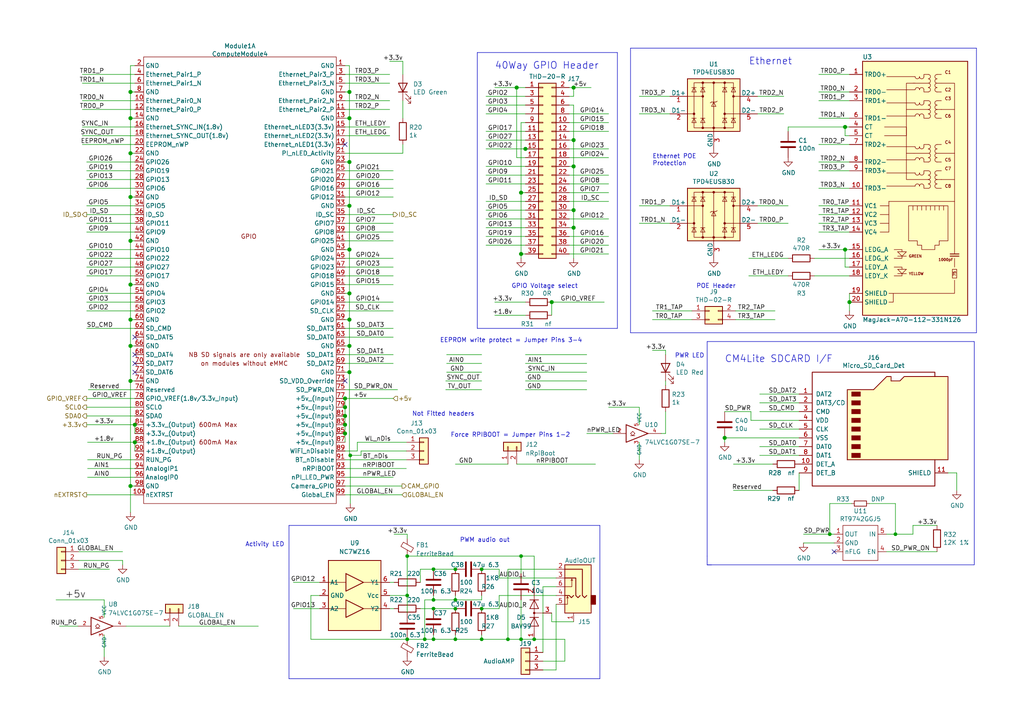
<source format=kicad_sch>
(kicad_sch (version 20221004) (generator eeschema)
  (paper "A4")
  (title_block (title "Compute Module 4 IO Board - GPIO - Ethernet") (rev "1") (company "(c) Raspberry Pi Trading 2020") (comment 1 "www.raspberrypi.org"))
  (lib_symbols
    (symbol "CM4IO:74LVC1G07_copy"
      (property "Reference" "U" (at -2.54 3.81 0))
      (property "Value" "74LVC1G07_copy" (at 0 -3.81 0))
      (symbol "74LVC1G07_copy_1_1"
        (pin input line (at -7.62 0 0) (length 3.81) (name "~") (number "2"))
        (pin power_in line (at 0 -2.54 270) (length 0) (name "GND") (number "3"))
        (pin open_collector line (at 6.35 0 180) (length 3.81) (name "~") (number "4"))
        (pin power_in line (at 0 2.54 90) (length 0) (name "VCC") (number "5"))
      )
    )
    (symbol "CM4IO:AudioJack3_Ground_SwitchTR"
      (property "Reference" "J15" (at 6.35 1.27 0))
      (property "Value" "AudioJack3_Ground_SwitchTR" (at -3.81 11.43 0))
      (symbol "AudioJack3_Ground_SwitchTR_1_1"
        (pin passive line (at -1.27 -8.89 90) (length 2.54) (name "~") (number "1"))
        (pin passive line (at -6.35 6.35 0) (length 2.54) (name "~") (number "2"))
        (pin passive line (at -6.35 3.81 0) (length 2.54) (name "~") (number "3"))
        (pin passive line (at -6.35 -1.27 0) (length 2.54) (name "~") (number "4"))
        (pin passive line (at -6.35 -3.81 0) (length 2.54) (name "~") (number "5"))
        (pin passive line (at -6.35 1.27 0) (length 2.54) (name "~") (number "6"))
      )
    )
    (symbol "CM4IO:ComputeModule4-CM4"
      (property "Reference" "Module" (at 113.03 -68.58 0))
      (property "Value" "ComputeModule4-CM4" (at 140.97 2.54 0))
      (property "Field4" "Hirose" (at 0 0 0))
      (property "Field5" "2x DF40C-100DS-0.4V" (at 0 -2.54 0))
      (symbol "ComputeModule4-CM4_1_0"
        (text "GPIO" (at 0 6.35 0) (effects (font (size 1.27 1.27))))
      )
      (symbol "ComputeModule4-CM4_1_1"
        (text "600mA Max" (at -8.89 -53.34 0) (effects (font (size 1.27 1.27))))
        (text "600mA Max" (at -8.89 -48.26 0) (effects (font (size 1.27 1.27))))
        (text "NB SD signals are only available" (at -1.27 -27.94 0) (effects (font (size 1.27 1.27))))
        (text "on modules without eMMC" (at -1.27 -30.48 0) (effects (font (size 1.27 1.27))))
        (pin power_in line (at 27.94 55.88 180) (length 2.54) (name "GND") (number "1"))
        (pin passive line (at -33.02 45.72 0) (length 2.54) (name "Ethernet_Pair0_N") (number "10"))
        (pin output line (at -33.02 -68.58 0) (length 2.54) (name "nEXTRST") (number "100"))
        (pin passive line (at 27.94 43.18 180) (length 2.54) (name "Ethernet_Pair2_P") (number "11"))
        (pin passive line (at -33.02 43.18 0) (length 2.54) (name "Ethernet_Pair0_P") (number "12"))
        (pin power_in line (at 27.94 40.64 180) (length 2.54) (name "GND") (number "13"))
        (pin power_in line (at -33.02 40.64 0) (length 2.54) (name "GND") (number "14"))
        (pin output line (at 27.94 38.1 180) (length 2.54) (name "Ethernet_nLED3(3.3v)") (number "15"))
        (pin input line (at -33.02 38.1 0) (length 2.54) (name "Ethernet_SYNC_IN(1.8v)") (number "16"))
        (pin output line (at 27.94 35.56 180) (length 2.54) (name "Ethernet_nLED2(3.3v)") (number "17"))
        (pin input line (at -33.02 35.56 0) (length 2.54) (name "Ethernet_SYNC_OUT(1.8v)") (number "18"))
        (pin output line (at 27.94 33.02 180) (length 2.54) (name "Ethernet_nLED1(3.3v)") (number "19"))
        (pin power_in line (at -33.02 55.88 0) (length 2.54) (name "GND") (number "2"))
        (pin passive line (at -33.02 33.02 0) (length 2.54) (name "EEPROM_nWP") (number "20"))
        (pin open_collector line (at 27.94 30.48 180) (length 2.54) (name "PI_nLED_Activity") (number "21"))
        (pin power_in line (at -33.02 30.48 0) (length 2.54) (name "GND") (number "22"))
        (pin power_in line (at 27.94 27.94 180) (length 2.54) (name "GND") (number "23"))
        (pin passive line (at -33.02 27.94 0) (length 2.54) (name "GPIO26") (number "24"))
        (pin passive line (at 27.94 25.4 180) (length 2.54) (name "GPIO21") (number "25"))
        (pin passive line (at -33.02 25.4 0) (length 2.54) (name "GPIO19") (number "26"))
        (pin passive line (at 27.94 22.86 180) (length 2.54) (name "GPIO20") (number "27"))
        (pin passive line (at -33.02 22.86 0) (length 2.54) (name "GPIO13") (number "28"))
        (pin passive line (at 27.94 20.32 180) (length 2.54) (name "GPIO16") (number "29"))
        (pin passive line (at 27.94 53.34 180) (length 2.54) (name "Ethernet_Pair3_P") (number "3"))
        (pin passive line (at -33.02 20.32 0) (length 2.54) (name "GPIO6") (number "30"))
        (pin passive line (at 27.94 17.78 180) (length 2.54) (name "GPIO12") (number "31"))
        (pin power_in line (at -33.02 17.78 0) (length 2.54) (name "GND") (number "32"))
        (pin power_in line (at 27.94 15.24 180) (length 2.54) (name "GND") (number "33"))
        (pin passive line (at -33.02 15.24 0) (length 2.54) (name "GPIO5") (number "34"))
        (pin passive line (at 27.94 12.7 180) (length 2.54) (name "ID_SC") (number "35"))
        (pin passive line (at -33.02 12.7 0) (length 2.54) (name "ID_SD") (number "36"))
        (pin passive line (at 27.94 10.16 180) (length 2.54) (name "GPIO7") (number "37"))
        (pin passive line (at -33.02 10.16 0) (length 2.54) (name "GPIO11") (number "38"))
        (pin passive line (at 27.94 7.62 180) (length 2.54) (name "GPIO8") (number "39"))
        (pin passive line (at -33.02 53.34 0) (length 2.54) (name "Ethernet_Pair1_P") (number "4"))
        (pin passive line (at -33.02 7.62 0) (length 2.54) (name "GPIO9") (number "40"))
        (pin passive line (at 27.94 5.08 180) (length 2.54) (name "GPIO25") (number "41"))
        (pin power_in line (at -33.02 5.08 0) (length 2.54) (name "GND") (number "42"))
        (pin power_in line (at 27.94 2.54 180) (length 2.54) (name "GND") (number "43"))
        (pin passive line (at -33.02 2.54 0) (length 2.54) (name "GPIO10") (number "44"))
        (pin passive line (at 27.94 0 180) (length 2.54) (name "GPIO24") (number "45"))
        (pin passive line (at -33.02 0 0) (length 2.54) (name "GPIO22") (number "46"))
        (pin passive line (at 27.94 -2.54 180) (length 2.54) (name "GPIO23") (number "47"))
        (pin passive line (at -33.02 -2.54 0) (length 2.54) (name "GPIO27") (number "48"))
        (pin passive line (at 27.94 -5.08 180) (length 2.54) (name "GPIO18") (number "49"))
        (pin passive line (at 27.94 50.8 180) (length 2.54) (name "Ethernet_Pair3_N") (number "5"))
        (pin passive line (at -33.02 -5.08 0) (length 2.54) (name "GPIO17") (number "50"))
        (pin passive line (at 27.94 -7.62 180) (length 2.54) (name "GPIO15") (number "51"))
        (pin power_in line (at -33.02 -7.62 0) (length 2.54) (name "GND") (number "52"))
        (pin power_in line (at 27.94 -10.16 180) (length 2.54) (name "GND") (number "53"))
        (pin passive line (at -33.02 -10.16 0) (length 2.54) (name "GPIO4") (number "54"))
        (pin passive line (at 27.94 -12.7 180) (length 2.54) (name "GPIO14") (number "55"))
        (pin passive line (at -33.02 -12.7 0) (length 2.54) (name "GPIO3") (number "56"))
        (pin passive line (at 27.94 -15.24 180) (length 2.54) (name "SD_CLK") (number "57"))
        (pin passive line (at -33.02 -15.24 0) (length 2.54) (name "GPIO2") (number "58"))
        (pin power_in line (at 27.94 -17.78 180) (length 2.54) (name "GND") (number "59"))
        (pin passive line (at -33.02 50.8 0) (length 2.54) (name "Ethernet_Pair1_N") (number "6"))
        (pin power_in line (at -33.02 -17.78 0) (length 2.54) (name "GND") (number "60"))
        (pin passive line (at 27.94 -20.32 180) (length 2.54) (name "SD_DAT3") (number "61"))
        (pin passive line (at -33.02 -20.32 0) (length 2.54) (name "SD_CMD") (number "62"))
        (pin passive line (at 27.94 -22.86 180) (length 2.54) (name "SD_DAT0") (number "63"))
        (pin passive line (at -33.02 -22.86 0) (length 2.54) (name "SD_DAT5") (number "64"))
        (pin power_in line (at 27.94 -25.4 180) (length 2.54) (name "GND") (number "65"))
        (pin power_in line (at -33.02 -25.4 0) (length 2.54) (name "GND") (number "66"))
        (pin passive line (at 27.94 -27.94 180) (length 2.54) (name "SD_DAT1") (number "67"))
        (pin passive line (at -33.02 -27.94 0) (length 2.54) (name "SD_DAT4") (number "68"))
        (pin passive line (at 27.94 -30.48 180) (length 2.54) (name "SD_DAT2") (number "69"))
        (pin power_in line (at 27.94 48.26 180) (length 2.54) (name "GND") (number "7"))
        (pin passive line (at -33.02 -30.48 0) (length 2.54) (name "SD_DAT7") (number "70"))
        (pin power_in line (at 27.94 -33.02 180) (length 2.54) (name "GND") (number "71"))
        (pin passive line (at -33.02 -33.02 0) (length 2.54) (name "SD_DAT6") (number "72"))
        (pin input line (at 27.94 -35.56 180) (length 2.54) (name "SD_VDD_Override") (number "73"))
        (pin power_in line (at -33.02 -35.56 0) (length 2.54) (name "GND") (number "74"))
        (pin output line (at 27.94 -38.1 180) (length 2.54) (name "SD_PWR_ON") (number "75"))
        (pin passive line (at -33.02 -38.1 0) (length 2.54) (name "Reserved") (number "76"))
        (pin power_in line (at 27.94 -40.64 180) (length 2.54) (name "+5v_(Input)") (number "77"))
        (pin power_in line (at -33.02 -40.64 0) (length 2.54) (name "GPIO_VREF(1.8v/3.3v_Input)") (number "78"))
        (pin power_in line (at 27.94 -43.18 180) (length 2.54) (name "+5v_(Input)") (number "79"))
        (pin power_in line (at -33.02 48.26 0) (length 2.54) (name "GND") (number "8"))
        (pin passive line (at -33.02 -43.18 0) (length 2.54) (name "SCL0") (number "80"))
        (pin power_in line (at 27.94 -45.72 180) (length 2.54) (name "+5v_(Input)") (number "81"))
        (pin passive line (at -33.02 -45.72 0) (length 2.54) (name "SDA0") (number "82"))
        (pin power_in line (at 27.94 -48.26 180) (length 2.54) (name "+5v_(Input)") (number "83"))
        (pin power_out line (at -33.02 -48.26 0) (length 2.54) (name "+3.3v_(Output)") (number "84"))
        (pin power_in line (at 27.94 -50.8 180) (length 2.54) (name "+5v_(Input)") (number "85"))
        (pin power_out line (at -33.02 -50.8 0) (length 2.54) (name "+3.3v_(Output)") (number "86"))
        (pin power_in line (at 27.94 -53.34 180) (length 2.54) (name "+5v_(Input)") (number "87"))
        (pin power_out line (at -33.02 -53.34 0) (length 2.54) (name "+1.8v_(Output)") (number "88"))
        (pin power_in line (at 27.94 -55.88 180) (length 2.54) (name "WiFi_nDisable") (number "89"))
        (pin passive line (at 27.94 45.72 180) (length 2.54) (name "Ethernet_Pair2_N") (number "9"))
        (pin power_out line (at -33.02 -55.88 0) (length 2.54) (name "+1.8v_(Output)") (number "90"))
        (pin power_in line (at 27.94 -58.42 180) (length 2.54) (name "BT_nDisable") (number "91"))
        (pin passive line (at -33.02 -58.42 0) (length 2.54) (name "RUN_PG") (number "92"))
        (pin input line (at 27.94 -60.96 180) (length 2.54) (name "nRPIBOOT") (number "93"))
        (pin passive line (at -33.02 -60.96 0) (length 2.54) (name "AnalogIP1") (number "94"))
        (pin output line (at 27.94 -63.5 180) (length 2.54) (name "nPI_LED_PWR") (number "95"))
        (pin passive line (at -33.02 -63.5 0) (length 2.54) (name "AnalogIP0") (number "96"))
        (pin passive line (at 27.94 -66.04 180) (length 2.54) (name "Camera_GPIO") (number "97"))
        (pin power_in line (at -33.02 -66.04 0) (length 2.54) (name "GND") (number "98"))
        (pin input line (at 27.94 -68.58 180) (length 2.54) (name "Global_EN") (number "99"))
      )
      (symbol "ComputeModule4-CM4_2_1"
        (text "High Speed Serial" (at 140.97 0 0) (effects (font (size 1.27 1.27))))
        (pin input line (at 170.18 60.96 180) (length 5.08) (name "USB_OTG_ID") (number "101"))
        (pin input line (at 109.22 60.96 0) (length 5.08) (name "PCIe_CLK_nREQ") (number "102"))
        (pin passive line (at 170.18 58.42 180) (length 5.08) (name "USB2_N") (number "103"))
        (pin passive line (at 109.22 58.42 0) (length 5.08) (name "Reserved") (number "104"))
        (pin passive line (at 170.18 55.88 180) (length 5.08) (name "USB2_P") (number "105"))
        (pin passive line (at 109.22 55.88 0) (length 5.08) (name "Reserved") (number "106"))
        (pin power_in line (at 170.18 53.34 180) (length 5.08) (name "GND") (number "107"))
        (pin power_in line (at 109.22 53.34 0) (length 5.08) (name "GND") (number "108"))
        (pin bidirectional line (at 170.18 50.8 180) (length 5.08) (name "PCIe_nRST") (number "109"))
        (pin output line (at 109.22 50.8 0) (length 5.08) (name "PCIe_CLK_P") (number "110"))
        (pin passive line (at 170.18 48.26 180) (length 5.08) (name "VDAC_COMP") (number "111"))
        (pin output line (at 109.22 48.26 0) (length 5.08) (name "PCIe_CLK_N") (number "112"))
        (pin power_in line (at 170.18 45.72 180) (length 5.08) (name "GND") (number "113"))
        (pin power_in line (at 109.22 45.72 0) (length 5.08) (name "GND") (number "114"))
        (pin input line (at 170.18 43.18 180) (length 5.08) (name "CAM1_D0_N") (number "115"))
        (pin input line (at 109.22 43.18 0) (length 5.08) (name "PCIe_RX_P") (number "116"))
        (pin input line (at 170.18 40.64 180) (length 5.08) (name "CAM1_D0_P") (number "117"))
        (pin input line (at 109.22 40.64 0) (length 5.08) (name "PCIe_RX_N") (number "118"))
        (pin power_in line (at 170.18 38.1 180) (length 5.08) (name "GND") (number "119"))
        (pin power_in line (at 109.22 38.1 0) (length 5.08) (name "GND") (number "120"))
        (pin input line (at 170.18 35.56 180) (length 5.08) (name "CAM1_D1_N") (number "121"))
        (pin output line (at 109.22 35.56 0) (length 5.08) (name "PCIe_TX_P") (number "122"))
        (pin input line (at 170.18 33.02 180) (length 5.08) (name "CAM1_D1_P") (number "123"))
        (pin output line (at 109.22 33.02 0) (length 5.08) (name "PCIe_TX_N") (number "124"))
        (pin power_in line (at 170.18 30.48 180) (length 5.08) (name "GND") (number "125"))
        (pin power_in line (at 109.22 30.48 0) (length 5.08) (name "GND") (number "126"))
        (pin input line (at 170.18 27.94 180) (length 5.08) (name "CAM1_C_N") (number "127"))
        (pin input line (at 109.22 27.94 0) (length 5.08) (name "CAM0_D0_N") (number "128"))
        (pin input line (at 170.18 25.4 180) (length 5.08) (name "CAM1_C_P") (number "129"))
        (pin input line (at 109.22 25.4 0) (length 5.08) (name "CAM0_D0_P") (number "130"))
        (pin power_in line (at 170.18 22.86 180) (length 5.08) (name "GND") (number "131"))
        (pin power_in line (at 109.22 22.86 0) (length 5.08) (name "GND") (number "132"))
        (pin input line (at 170.18 20.32 180) (length 5.08) (name "CAM1_D2_N") (number "133"))
        (pin input line (at 109.22 20.32 0) (length 5.08) (name "CAM0_D1_N") (number "134"))
        (pin input line (at 170.18 17.78 180) (length 5.08) (name "CAM1_D2_P") (number "135"))
        (pin input line (at 109.22 17.78 0) (length 5.08) (name "CAM0_D1_P") (number "136"))
        (pin power_in line (at 170.18 15.24 180) (length 5.08) (name "GND") (number "137"))
        (pin power_in line (at 109.22 15.24 0) (length 5.08) (name "GND") (number "138"))
        (pin input line (at 170.18 12.7 180) (length 5.08) (name "CAM1_D3_N") (number "139"))
        (pin input line (at 109.22 12.7 0) (length 5.08) (name "CAM0_C_N") (number "140"))
        (pin input line (at 170.18 10.16 180) (length 5.08) (name "CAM1_D3_P") (number "141"))
        (pin input line (at 109.22 10.16 0) (length 5.08) (name "CAM0_C_P") (number "142"))
        (pin input line (at 170.18 7.62 180) (length 5.08) (name "HDMI1_HOTPLUG") (number "143"))
        (pin power_in line (at 109.22 7.62 0) (length 5.08) (name "GND") (number "144"))
        (pin bidirectional line (at 170.18 5.08 180) (length 5.08) (name "HDMI1_SDA") (number "145"))
        (pin output line (at 109.22 5.08 0) (length 5.08) (name "HDMI1_TX2_P") (number "146"))
        (pin open_collector line (at 170.18 2.54 180) (length 5.08) (name "HDMI1_SCL") (number "147"))
        (pin output line (at 109.22 2.54 0) (length 5.08) (name "HDMI1_TX2_N") (number "148"))
        (pin open_collector line (at 170.18 0 180) (length 5.08) (name "HDMI1_CEC") (number "149"))
        (pin power_in line (at 109.22 0 0) (length 5.08) (name "GND") (number "150"))
        (pin open_collector line (at 170.18 -2.54 180) (length 5.08) (name "HDMI0_CEC") (number "151"))
        (pin output line (at 109.22 -2.54 0) (length 5.08) (name "HDMI1_TX1_P") (number "152"))
        (pin input line (at 170.18 -5.08 180) (length 5.08) (name "HDMI0_HOTPLUG") (number "153"))
        (pin output line (at 109.22 -5.08 0) (length 5.08) (name "HDMI1_TX1_N") (number "154"))
        (pin power_in line (at 170.18 -7.62 180) (length 5.08) (name "GND") (number "155"))
        (pin power_in line (at 109.22 -7.62 0) (length 5.08) (name "GND") (number "156"))
        (pin output line (at 170.18 -10.16 180) (length 5.08) (name "DSI0_D0_N") (number "157"))
        (pin output line (at 109.22 -10.16 0) (length 5.08) (name "HDMI1_TX0_P") (number "158"))
        (pin output line (at 170.18 -12.7 180) (length 5.08) (name "DSI0_D0_P") (number "159"))
        (pin output line (at 109.22 -12.7 0) (length 5.08) (name "HDMI1_TX0_N") (number "160"))
        (pin power_in line (at 170.18 -15.24 180) (length 5.08) (name "GND") (number "161"))
        (pin power_in line (at 109.22 -15.24 0) (length 5.08) (name "GND") (number "162"))
        (pin output line (at 170.18 -17.78 180) (length 5.08) (name "DSI0_D1_N") (number "163"))
        (pin output line (at 109.22 -17.78 0) (length 5.08) (name "HDMI1_CLK_P") (number "164"))
        (pin output line (at 170.18 -20.32 180) (length 5.08) (name "DSI0_D1_P") (number "165"))
        (pin output line (at 109.22 -20.32 0) (length 5.08) (name "HDMI1_CLK_N") (number "166"))
        (pin power_in line (at 170.18 -22.86 180) (length 5.08) (name "GND") (number "167"))
        (pin power_in line (at 109.22 -22.86 0) (length 5.08) (name "GND") (number "168"))
        (pin output line (at 170.18 -25.4 180) (length 5.08) (name "DSI0_C_N") (number "169"))
        (pin output line (at 109.22 -25.4 0) (length 5.08) (name "HDMI0_TX2_P") (number "170"))
        (pin output line (at 170.18 -27.94 180) (length 5.08) (name "DSI0_C_P") (number "171"))
        (pin output line (at 109.22 -27.94 0) (length 5.08) (name "HDMI0_TX2_N") (number "172"))
        (pin power_in line (at 170.18 -30.48 180) (length 5.08) (name "GND") (number "173"))
        (pin power_in line (at 109.22 -30.48 0) (length 5.08) (name "GND") (number "174"))
        (pin output line (at 170.18 -33.02 180) (length 5.08) (name "DSI1_D0_N") (number "175"))
        (pin output line (at 109.22 -33.02 0) (length 5.08) (name "HDMI0_TX1_P") (number "176"))
        (pin output line (at 170.18 -35.56 180) (length 5.08) (name "DSI1_D0_P") (number "177"))
        (pin output line (at 109.22 -35.56 0) (length 5.08) (name "HDMI0_TX1_N") (number "178"))
        (pin power_in line (at 170.18 -38.1 180) (length 5.08) (name "GND") (number "179"))
        (pin power_in line (at 109.22 -38.1 0) (length 5.08) (name "GND") (number "180"))
        (pin output line (at 170.18 -40.64 180) (length 5.08) (name "DSI1_D1_N") (number "181"))
        (pin output line (at 109.22 -40.64 0) (length 5.08) (name "HDMI0_TX0_P") (number "182"))
        (pin output line (at 170.18 -43.18 180) (length 5.08) (name "DSI1_D1_P") (number "183"))
        (pin output line (at 109.22 -43.18 0) (length 5.08) (name "HDMI0_TX0_N") (number "184"))
        (pin power_in line (at 170.18 -45.72 180) (length 5.08) (name "GND") (number "185"))
        (pin power_in line (at 109.22 -45.72 0) (length 5.08) (name "GND") (number "186"))
        (pin output line (at 170.18 -48.26 180) (length 5.08) (name "DSI1_C_N") (number "187"))
        (pin output line (at 109.22 -48.26 0) (length 5.08) (name "HDMI0_CLK_P") (number "188"))
        (pin output line (at 170.18 -50.8 180) (length 5.08) (name "DSI1_C_P") (number "189"))
        (pin output line (at 109.22 -50.8 0) (length 5.08) (name "HDMI0_CLK_N") (number "190"))
        (pin power_in line (at 170.18 -53.34 180) (length 5.08) (name "GND") (number "191"))
        (pin power_in line (at 109.22 -53.34 0) (length 5.08) (name "GND") (number "192"))
        (pin output line (at 170.18 -55.88 180) (length 5.08) (name "DSI1_D2_N") (number "193"))
        (pin output line (at 109.22 -55.88 0) (length 5.08) (name "DSI1_D3_N") (number "194"))
        (pin output line (at 170.18 -58.42 180) (length 5.08) (name "DSI1_D2_P") (number "195"))
        (pin output line (at 109.22 -58.42 0) (length 5.08) (name "DSI1_D3_P") (number "196"))
        (pin power_in line (at 170.18 -60.96 180) (length 5.08) (name "GND") (number "197"))
        (pin power_in line (at 109.22 -60.96 0) (length 5.08) (name "GND") (number "198"))
        (pin bidirectional line (at 170.18 -63.5 180) (length 5.08) (name "HDMI0_SDA") (number "199"))
        (pin open_collector line (at 109.22 -63.5 0) (length 5.08) (name "HDMI0_SCL") (number "200"))
      )
    )
    (symbol "CM4IO:MagJack-A70-112-331N126"
      (property "Reference" "U" (at 0 0 0))
      (property "Value" "MagJack-A70-112-331N126" (at 0 0 0))
      (symbol "MagJack-A70-112-331N126_1_1"
        (text "1000pF" (at 6.35 17.399 0) (effects (font (size 0.762 0.762))))
        (text "75" (at 8.89 13.335 900) (effects (font (size 0.762 0.762))))
        (text "C1" (at 6.985 71.755 0) (effects (font (size 0.889 0.889))))
        (text "C2" (at 6.985 66.675 0) (effects (font (size 0.889 0.889))))
        (text "C3" (at 6.985 64.135 0) (effects (font (size 0.889 0.889))))
        (text "C4" (at 6.985 51.435 0) (effects (font (size 0.889 0.889))))
        (text "C5" (at 6.985 46.355 0) (effects (font (size 0.889 0.889))))
        (text "C6" (at 6.985 59.055 0) (effects (font (size 0.889 0.889))))
        (text "C7" (at 6.985 43.815 0) (effects (font (size 0.889 0.889))))
        (text "C8" (at 6.985 38.735 0) (effects (font (size 0.889 0.889))))
        (text "GREEN" (at -4.445 18.415 0) (effects (font (size 0.762 0.762)) (justify left)))
        (text "YELLOW" (at -4.445 13.335 0) (effects (font (size 0.762 0.762)) (justify left)))
        (pin passive line (at -21.59 71.12 0) (length 3.81) (name "TRD0+") (number "1"))
        (pin passive line (at -21.59 38.1 0) (length 3.81) (name "TRD3-") (number "10"))
        (pin passive line (at -21.59 33.02 0) (length 3.81) (name "VC1") (number "11"))
        (pin passive line (at -21.59 30.48 0) (length 3.81) (name "VC2") (number "12"))
        (pin passive line (at -21.59 27.94 0) (length 3.81) (name "VC3") (number "13"))
        (pin passive line (at -21.59 25.4 0) (length 3.81) (name "VC4") (number "14"))
        (pin passive line (at -21.59 20.32 0) (length 3.81) (name "LEDG_A") (number "15"))
        (pin passive line (at -21.59 17.78 0) (length 3.81) (name "LEDG_K") (number "16"))
        (pin passive line (at -21.59 15.24 0) (length 3.81) (name "LEDY_A") (number "17"))
        (pin passive line (at -21.59 12.7 0) (length 3.81) (name "LEDY_K") (number "18"))
        (pin passive line (at -21.59 7.62 0) (length 3.81) (name "SHIELD") (number "19"))
        (pin passive line (at -21.59 66.04 0) (length 3.81) (name "TRD0-") (number "2"))
        (pin passive line (at -21.59 5.08 0) (length 3.81) (name "SHIELD") (number "20"))
        (pin passive line (at -21.59 63.5 0) (length 3.81) (name "TRD1+") (number "3"))
        (pin passive line (at -21.59 55.88 0) (length 3.81) (name "CT") (number "4"))
        (pin passive line (at -21.59 53.34 0) (length 3.81) (name "CT") (number "5"))
        (pin passive line (at -21.59 58.42 0) (length 3.81) (name "TRD1-") (number "6"))
        (pin passive line (at -21.59 50.8 0) (length 3.81) (name "TRD2+") (number "7"))
        (pin passive line (at -21.59 45.72 0) (length 3.81) (name "TRD2-") (number "8"))
        (pin passive line (at -21.59 43.18 0) (length 3.81) (name "TRD3+") (number "9"))
      )
    )
    (symbol "CM4IO:NC7WZ16"
      (property "Reference" "U2" (at 2.0194 15.24 0))
      (property "Value" "NC7WZ16" (at 2.0194 12.7 0))
      (symbol "NC7WZ16_1_1"
        (pin input line (at -10.16 3.81 0) (length 2.54) (name "A1") (number "1"))
        (pin power_in line (at -10.16 0 0) (length 2.54) (name "GND") (number "2"))
        (pin input line (at -10.16 -3.81 0) (length 2.54) (name "A2") (number "3"))
        (pin output line (at 10.16 -3.81 180) (length 2.54) (name "Y2") (number "4"))
        (pin power_in line (at 10.16 0 180) (length 2.54) (name "Vcc") (number "5"))
        (pin output line (at 10.16 3.81 180) (length 2.54) (name "Y1") (number "6"))
      )
    )
    (symbol "CM4IO:RT9742GGJ5"
      (property "Reference" "U" (at 0 0 0))
      (property "Value" "RT9742GGJ5" (at 0 0 0))
      (symbol "RT9742GGJ5_0_0"
        (pin power_out line (at -8.89 10.16 0) (length 2.54) (name "OUT") (number "1"))
        (pin power_in line (at -8.89 7.62 0) (length 2.54) (name "GND") (number "2"))
        (pin open_collector line (at -8.89 5.08 0) (length 2.54) (name "nFLG") (number "3"))
        (pin input line (at 6.35 5.08 180) (length 2.54) (name "EN") (number "4"))
        (pin power_in line (at 6.35 10.16 180) (length 2.54) (name "IN") (number "5"))
      )
    )
    (symbol "CM4IO:TPD4EUSB30" (pin_names (offset 0))
      (property "Reference" "U" (at -0.635 8.89 0))
      (property "Value" "TPD4EUSB30" (at 8.89 -10.16 0))
      (symbol "TPD4EUSB30_1_1"
        (pin passive line (at -12.7 2.54 0) (length 5.08) (name "D1+") (number "1"))
        (pin passive line (at -12.7 2.54 0) (length 5.08) hide (name "~") (number "10"))
        (pin passive line (at -12.7 -2.54 0) (length 5.08) (name "D1-") (number "2"))
        (pin power_in line (at 0 -12.7 90) (length 5.08) (name "GND") (number "3"))
        (pin passive line (at 12.7 2.54 180) (length 5.08) (name "D2+") (number "4"))
        (pin passive line (at 12.7 -2.54 180) (length 5.08) (name "D2-") (number "5"))
        (pin passive line (at 12.7 -2.54 180) (length 5.08) hide (name "~") (number "6"))
        (pin passive line (at 12.7 2.54 180) (length 5.08) hide (name "~") (number "7"))
        (pin passive line (at 0 -12.7 90) (length 5.08) hide (name "GND") (number "8"))
        (pin passive line (at -12.7 -2.54 0) (length 5.08) hide (name "~") (number "9"))
      )
    )
    (symbol "Conn_01x03_1" (pin_names (offset 1.016) hide)
      (property "Reference" "J" (at 0 5.08 0))
      (property "Value" "Conn_01x03_1" (at 0 -5.08 0))
      (symbol "Conn_01x03_1_1_1"
        (pin passive line (at -5.08 2.54 0) (length 3.81) (name "Pin_1") (number "1"))
        (pin passive line (at -5.08 0 0) (length 3.81) (name "Pin_2") (number "2"))
        (pin passive line (at -5.08 -2.54 0) (length 3.81) (name "Pin_3") (number "3"))
      )
    )
    (symbol "Connector:Micro_SD_Card_Det" (pin_names (offset 1.016))
      (property "Reference" "J" (at -16.51 17.78 0))
      (property "Value" "Micro_SD_Card_Det" (at 16.51 17.78 0))
      (symbol "Micro_SD_Card_Det_1_1"
        (pin bidirectional line (at -22.86 10.16 0) (length 3.81) (name "DAT2") (number "1"))
        (pin passive line (at -22.86 -10.16 0) (length 3.81) (name "DET_A") (number "10"))
        (pin passive line (at 20.32 -12.7 180) (length 3.81) (name "SHIELD") (number "11"))
        (pin bidirectional line (at -22.86 7.62 0) (length 3.81) (name "DAT3/CD") (number "2"))
        (pin input line (at -22.86 5.08 0) (length 3.81) (name "CMD") (number "3"))
        (pin power_in line (at -22.86 2.54 0) (length 3.81) (name "VDD") (number "4"))
        (pin input line (at -22.86 0 0) (length 3.81) (name "CLK") (number "5"))
        (pin power_in line (at -22.86 -2.54 0) (length 3.81) (name "VSS") (number "6"))
        (pin bidirectional line (at -22.86 -5.08 0) (length 3.81) (name "DAT0") (number "7"))
        (pin bidirectional line (at -22.86 -7.62 0) (length 3.81) (name "DAT1") (number "8"))
        (pin passive line (at -22.86 -12.7 0) (length 3.81) (name "DET_B") (number "9"))
      )
    )
    (symbol "Connector_Generic:Conn_01x02" (pin_names (offset 1.016) hide)
      (property "Reference" "J" (at 0 2.54 0))
      (property "Value" "Conn_01x02" (at 0 -5.08 0))
      (symbol "Conn_01x02_1_1"
        (pin passive line (at -5.08 0 0) (length 3.81) (name "Pin_1") (number "1"))
        (pin passive line (at -5.08 -2.54 0) (length 3.81) (name "Pin_2") (number "2"))
      )
    )
    (symbol "Connector_Generic:Conn_01x03" (pin_names (offset 1.016) hide)
      (property "Reference" "J" (at 0 5.08 0))
      (property "Value" "Conn_01x03" (at 0 -5.08 0))
      (symbol "Conn_01x03_1_1"
        (pin passive line (at -5.08 2.54 0) (length 3.81) (name "Pin_1") (number "1"))
        (pin passive line (at -5.08 0 0) (length 3.81) (name "Pin_2") (number "2"))
        (pin passive line (at -5.08 -2.54 0) (length 3.81) (name "Pin_3") (number "3"))
      )
    )
    (symbol "Connector_Generic:Conn_02x02_Odd_Even" (pin_names hide)
      (property "Reference" "J" (at 1.27 2.54 0))
      (property "Value" "Conn_02x02_Odd_Even" (at 1.27 -5.08 0))
      (symbol "Conn_02x02_Odd_Even_1_1"
        (pin passive line (at -5.08 0 0) (length 3.81) (name "Pin_1") (number "1"))
        (pin passive line (at 7.62 0 180) (length 3.81) (name "Pin_2") (number "2"))
        (pin passive line (at -5.08 -2.54 0) (length 3.81) (name "Pin_3") (number "3"))
        (pin passive line (at 7.62 -2.54 180) (length 3.81) (name "Pin_4") (number "4"))
      )
    )
    (symbol "Connector_Generic:Conn_02x20_Odd_Even" (pin_names (offset 1.016) hide)
      (property "Reference" "J" (at 1.27 25.4 0))
      (property "Value" "Conn_02x20_Odd_Even" (at 1.27 -27.94 0))
      (symbol "Conn_02x20_Odd_Even_1_1"
        (pin passive line (at -5.08 22.86 0) (length 3.81) (name "Pin_1") (number "1"))
        (pin passive line (at 7.62 12.7 180) (length 3.81) (name "Pin_10") (number "10"))
        (pin passive line (at -5.08 10.16 0) (length 3.81) (name "Pin_11") (number "11"))
        (pin passive line (at 7.62 10.16 180) (length 3.81) (name "Pin_12") (number "12"))
        (pin passive line (at -5.08 7.62 0) (length 3.81) (name "Pin_13") (number "13"))
        (pin passive line (at 7.62 7.62 180) (length 3.81) (name "Pin_14") (number "14"))
        (pin passive line (at -5.08 5.08 0) (length 3.81) (name "Pin_15") (number "15"))
        (pin passive line (at 7.62 5.08 180) (length 3.81) (name "Pin_16") (number "16"))
        (pin passive line (at -5.08 2.54 0) (length 3.81) (name "Pin_17") (number "17"))
        (pin passive line (at 7.62 2.54 180) (length 3.81) (name "Pin_18") (number "18"))
        (pin passive line (at -5.08 0 0) (length 3.81) (name "Pin_19") (number "19"))
        (pin passive line (at 7.62 22.86 180) (length 3.81) (name "Pin_2") (number "2"))
        (pin passive line (at 7.62 0 180) (length 3.81) (name "Pin_20") (number "20"))
        (pin passive line (at -5.08 -2.54 0) (length 3.81) (name "Pin_21") (number "21"))
        (pin passive line (at 7.62 -2.54 180) (length 3.81) (name "Pin_22") (number "22"))
        (pin passive line (at -5.08 -5.08 0) (length 3.81) (name "Pin_23") (number "23"))
        (pin passive line (at 7.62 -5.08 180) (length 3.81) (name "Pin_24") (number "24"))
        (pin passive line (at -5.08 -7.62 0) (length 3.81) (name "Pin_25") (number "25"))
        (pin passive line (at 7.62 -7.62 180) (length 3.81) (name "Pin_26") (number "26"))
        (pin passive line (at -5.08 -10.16 0) (length 3.81) (name "Pin_27") (number "27"))
        (pin passive line (at 7.62 -10.16 180) (length 3.81) (name "Pin_28") (number "28"))
        (pin passive line (at -5.08 -12.7 0) (length 3.81) (name "Pin_29") (number "29"))
        (pin passive line (at -5.08 20.32 0) (length 3.81) (name "Pin_3") (number "3"))
        (pin passive line (at 7.62 -12.7 180) (length 3.81) (name "Pin_30") (number "30"))
        (pin passive line (at -5.08 -15.24 0) (length 3.81) (name "Pin_31") (number "31"))
        (pin passive line (at 7.62 -15.24 180) (length 3.81) (name "Pin_32") (number "32"))
        (pin passive line (at -5.08 -17.78 0) (length 3.81) (name "Pin_33") (number "33"))
        (pin passive line (at 7.62 -17.78 180) (length 3.81) (name "Pin_34") (number "34"))
        (pin passive line (at -5.08 -20.32 0) (length 3.81) (name "Pin_35") (number "35"))
        (pin passive line (at 7.62 -20.32 180) (length 3.81) (name "Pin_36") (number "36"))
        (pin passive line (at -5.08 -22.86 0) (length 3.81) (name "Pin_37") (number "37"))
        (pin passive line (at 7.62 -22.86 180) (length 3.81) (name "Pin_38") (number "38"))
        (pin passive line (at -5.08 -25.4 0) (length 3.81) (name "Pin_39") (number "39"))
        (pin passive line (at 7.62 20.32 180) (length 3.81) (name "Pin_4") (number "4"))
        (pin passive line (at 7.62 -25.4 180) (length 3.81) (name "Pin_40") (number "40"))
        (pin passive line (at -5.08 17.78 0) (length 3.81) (name "Pin_5") (number "5"))
        (pin passive line (at 7.62 17.78 180) (length 3.81) (name "Pin_6") (number "6"))
        (pin passive line (at -5.08 15.24 0) (length 3.81) (name "Pin_7") (number "7"))
        (pin passive line (at 7.62 15.24 180) (length 3.81) (name "Pin_8") (number "8"))
        (pin passive line (at -5.08 12.7 0) (length 3.81) (name "Pin_9") (number "9"))
      )
    )
    (symbol "Device:C" (pin_numbers hide) (pin_names (offset 0.254))
      (property "Reference" "C" (at 0.635 2.54 0))
      (property "Value" "C" (at 0.635 -2.54 0))
      (symbol "C_1_1"
        (pin passive line (at 0 3.81 270) (length 2.794) (name "~") (number "1"))
        (pin passive line (at 0 -3.81 90) (length 2.794) (name "~") (number "2"))
      )
    )
    (symbol "Device:FerriteBead_Small" (pin_numbers hide) (pin_names (offset 0))
      (property "Reference" "FB" (at 1.905 1.27 0))
      (property "Value" "FerriteBead_Small" (at 1.905 -1.27 0))
      (symbol "FerriteBead_Small_1_1"
        (pin passive line (at 0 2.54 270) (length 1.27) (name "~") (number "1"))
        (pin passive line (at 0 -2.54 90) (length 1.27) (name "~") (number "2"))
      )
    )
    (symbol "Device:LED" (pin_numbers hide) (pin_names (offset 1.016) hide)
      (property "Reference" "D" (at 0 2.54 0))
      (property "Value" "LED" (at 0 -2.54 0))
      (symbol "LED_1_1"
        (pin passive line (at -3.81 0 0) (length 2.54) (name "K") (number "1"))
        (pin passive line (at 3.81 0 180) (length 2.54) (name "A") (number "2"))
      )
    )
    (symbol "Device:R" (pin_numbers hide) (pin_names (offset 0))
      (property "Reference" "R" (at 2.032 0 90))
      (property "Value" "R" (at 0 0 90))
      (symbol "R_1_1"
        (pin passive line (at 0 3.81 270) (length 1.27) (name "~") (number "1"))
        (pin passive line (at 0 -3.81 90) (length 1.27) (name "~") (number "2"))
      )
    )
    (symbol "Device:R_Small" (pin_numbers hide) (pin_names (offset 0.254) hide)
      (property "Reference" "R" (at 0.762 0.508 0))
      (property "Value" "R_Small" (at 0.762 -1.016 0))
      (symbol "R_Small_1_1"
        (pin passive line (at 0 2.54 270) (length 0.762) (name "~") (number "1"))
        (pin passive line (at 0 -2.54 90) (length 0.762) (name "~") (number "2"))
      )
    )
    (symbol "Diode:BAV99" (pin_names hide)
      (property "Reference" "D" (at 0 5.08 0))
      (property "Value" "BAV99" (at 0 2.54 0))
      (symbol "BAV99_1_1"
        (pin passive line (at -7.62 0 0) (length 2.54) (name "K") (number "1"))
        (pin passive line (at 7.62 0 180) (length 2.54) (name "A") (number "2"))
        (pin passive line (at 0 -5.08 90) (length 2.54) (name "K") (number "3"))
      )
    )
    (symbol "LED_1" (pin_numbers hide) (pin_names (offset 1.016) hide)
      (property "Reference" "D" (at 0 2.54 0))
      (property "Value" "LED_1" (at 0 -2.54 0))
      (symbol "LED_1_1_1"
        (pin passive line (at -3.81 0 0) (length 2.54) (name "K") (number "1"))
        (pin passive line (at 3.81 0 180) (length 2.54) (name "A") (number "2"))
      )
    )
    (symbol "power:GND" (power) (pin_names (offset 0))
      (property "Value" "GND" (at 0 -3.81 0))
      (symbol "GND_1_1"
        (pin power_in line (at 0 0 270) (length 0) hide (name "GND") (number "1"))
      )
    )
  )
  (junction (at 118.11 185.42))
  (junction (at 151.13 73.66) (diameter 1.016))
  (junction (at 125.73 173.99))
  (junction (at 101.346 72.39) (diameter 1.016))
  (junction (at 166.37 48.26) (diameter 1.016))
  (junction (at 37.846 57.15) (diameter 1.016))
  (junction (at 125.73 165.1))
  (junction (at 37.846 92.71) (diameter 1.016))
  (junction (at 240.665 154.94))
  (junction (at 154.94 185.42))
  (junction (at 132.08 165.1))
  (junction (at 101.346 26.67) (diameter 1.016))
  (junction (at 246.38 87.63) (diameter 1.016))
  (junction (at 101.346 107.95) (diameter 1.016))
  (junction (at 139.7 185.42))
  (junction (at 132.08 176.53))
  (junction (at 151.13 55.88) (diameter 1.016))
  (junction (at 259.715 154.94))
  (junction (at 100.076 120.65) (diameter 1.016))
  (junction (at 101.346 59.69) (diameter 1.016))
  (junction (at 100.076 123.19) (diameter 1.016))
  (junction (at 125.73 185.42))
  (junction (at 118.11 161.29))
  (junction (at 100.076 125.73) (diameter 1.016))
  (junction (at 151.13 161.29))
  (junction (at 37.846 110.49) (diameter 1.016))
  (junction (at 37.846 26.67) (diameter 1.016))
  (junction (at 245.11 72.39) (diameter 1.016))
  (junction (at 101.346 92.71) (diameter 1.016))
  (junction (at 100.076 115.57) (diameter 1.016))
  (junction (at 118.11 172.72))
  (junction (at 152.4 43.18) (diameter 1.016))
  (junction (at 125.73 176.53))
  (junction (at 101.6 132.08))
  (junction (at 139.7 165.1))
  (junction (at 39.116 123.19) (diameter 1.016))
  (junction (at 166.37 60.96) (diameter 1.016))
  (junction (at 101.346 34.29) (diameter 1.016))
  (junction (at 37.846 44.45) (diameter 1.016))
  (junction (at 37.846 100.33) (diameter 1.016))
  (junction (at 160.02 87.63) (diameter 1.016))
  (junction (at 210.185 127) (diameter 1.016))
  (junction (at 149.86 25.4) (diameter 1.016))
  (junction (at 37.846 140.97) (diameter 1.016))
  (junction (at 101.346 100.33) (diameter 1.016))
  (junction (at 245.11 36.83) (diameter 1.016))
  (junction (at 37.846 34.29) (diameter 1.016))
  (junction (at 132.08 173.99))
  (junction (at 166.37 25.4) (diameter 1.016))
  (junction (at 166.37 66.04) (diameter 1.016))
  (junction (at 123.19 185.42))
  (junction (at 100.076 118.11) (diameter 1.016))
  (junction (at 147.32 185.42))
  (junction (at 166.37 40.64) (diameter 1.016))
  (junction (at 39.116 128.27) (diameter 1.016))
  (junction (at 151.13 185.42))
  (junction (at 139.7 176.53))
  (junction (at 101.346 46.99) (diameter 1.016))
  (junction (at 37.846 69.85) (diameter 1.016))
  (junction (at 37.846 82.55) (diameter 1.016))
  (junction (at 101.346 85.09) (diameter 1.016))
  (junction (at 132.08 185.42))
  (no_connect (at 39.116 97.79))
  (no_connect (at 39.116 102.87))
  (no_connect (at 100.076 110.49))
  (no_connect (at 39.116 107.95))
  (no_connect (at 241.935 160.02))
  (no_connect (at 39.116 105.41))
  (no_connect (at 100.076 41.91))
  (wire (pts (xy 165.1 50.8) (xy 176.53 50.8)))
  (wire (pts (xy 152.4 105.41) (xy 170.18 105.41)))
  (wire (pts (xy 185.42 33.02) (xy 194.31 33.02)))
  (wire (pts (xy 37.846 34.29) (xy 37.846 44.45)))
  (wire (pts (xy 100.076 34.29) (xy 101.346 34.29)))
  (wire (pts (xy 37.846 140.97) (xy 37.846 148.59)))
  (wire (pts (xy 37.846 110.49) (xy 39.116 110.49)))
  (wire (pts (xy 125.73 185.42) (xy 132.08 185.42)))
  (wire (pts (xy 101.346 85.09) (xy 101.346 92.71)))
  (wire (pts (xy 165.1 38.1) (xy 176.53 38.1)))
  (wire (pts (xy 152.4 113.03) (xy 170.18 113.03)))
  (wire (pts (xy 166.37 25.4) (xy 171.45 25.4)))
  (wire (pts (xy 166.37 40.64) (xy 165.1 40.64)))
  (wire (pts (xy 165.1 58.42) (xy 176.53 58.42)))
  (wire (pts (xy 151.13 161.29) (xy 151.13 166.37)))
  (wire (pts (xy 185.42 128.27) (xy 185.42 133.35)))
  (wire (pts (xy 246.38 36.83) (xy 245.11 36.83)))
  (wire (pts (xy 25.146 52.07) (xy 39.116 52.07)))
  (wire (pts (xy 219.71 27.94) (xy 227.33 27.94)))
  (wire (pts (xy 185.42 59.69) (xy 194.31 59.69)))
  (wire (pts (xy 160.02 177.8) (xy 160.02 180.34)))
  (wire (pts (xy 114.3 154.94) (xy 118.11 154.94)))
  (wire (pts (xy 220.345 119.38) (xy 231.775 119.38)))
  (wire (pts (xy 165.1 25.4) (xy 166.37 25.4)))
  (wire (pts (xy 25.146 72.39) (xy 39.116 72.39)))
  (wire (pts (xy 100.076 59.69) (xy 101.346 59.69)))
  (polyline (pts (xy 179.07 15.24) (xy 138.43 15.24)) (stroke (width 0) (type solid)))
  (polyline (pts (xy 205.105 161.29) (xy 205.105 99.06)) (stroke (width 0) (type solid)))
  (wire (pts (xy 245.11 39.37) (xy 245.11 36.83)))
  (wire (pts (xy 125.73 165.1) (xy 132.08 165.1)))
  (wire (pts (xy 166.37 27.94) (xy 166.37 25.4)))
  (wire (pts (xy 237.49 34.29) (xy 246.38 34.29)))
  (wire (pts (xy 166.37 40.64) (xy 166.37 48.26)))
  (wire (pts (xy 193.04 102.87) (xy 193.04 101.6)))
  (wire (pts (xy 151.13 173.99) (xy 151.13 185.42)))
  (wire (pts (xy 25.146 54.61) (xy 39.116 54.61)))
  (wire (pts (xy 228.6 36.83) (xy 245.11 36.83)))
  (wire (pts (xy 116.84 29.21) (xy 116.84 34.29)))
  (wire (pts (xy 259.715 146.05) (xy 259.715 154.94)))
  (wire (pts (xy 193.04 119.38) (xy 193.04 125.73)))
  (wire (pts (xy 129.286 113.03) (xy 139.7 113.03)))
  (wire (pts (xy 144.78 172.72) (xy 144.78 176.53)))
  (wire (pts (xy 85.09 176.53) (xy 92.71 176.53)))
  (wire (pts (xy 240.665 146.05) (xy 240.665 154.94)))
  (polyline (pts (xy 173.99 152.4) (xy 173.99 196.85)) (stroke (width 0) (type solid)))
  (wire (pts (xy 161.29 175.26) (xy 161.29 194.31)))
  (wire (pts (xy 100.076 100.33) (xy 101.346 100.33)))
  (wire (pts (xy 277.495 137.16) (xy 277.495 142.24)))
  (wire (pts (xy 231.775 132.08) (xy 220.345 132.08)))
  (wire (pts (xy 25.146 74.93) (xy 39.116 74.93)))
  (wire (pts (xy 140.97 27.94) (xy 152.4 27.94)))
  (wire (pts (xy 132.08 134.62) (xy 147.32 134.62)))
  (wire (pts (xy 90.17 185.42) (xy 90.17 172.72)))
  (wire (pts (xy 237.49 54.61) (xy 246.38 54.61)))
  (wire (pts (xy 30.226 184.15) (xy 30.226 190.5)))
  (wire (pts (xy 125.73 185.42) (xy 125.73 184.15)))
  (wire (pts (xy 236.22 80.01) (xy 246.38 80.01)))
  (wire (pts (xy 25.146 143.51) (xy 39.116 143.51)))
  (wire (pts (xy 165.1 60.96) (xy 166.37 60.96)))
  (wire (pts (xy 165.1 35.56) (xy 176.53 35.56)))
  (wire (pts (xy 147.32 185.42) (xy 151.13 185.42)))
  (wire (pts (xy 100.076 74.93) (xy 114.046 74.93)))
  (wire (pts (xy 23.876 39.37) (xy 39.116 39.37)))
  (wire (pts (xy 100.076 26.67) (xy 101.346 26.67)))
  (wire (pts (xy 140.97 48.26) (xy 152.4 48.26)))
  (wire (pts (xy 237.49 49.53) (xy 246.38 49.53)))
  (wire (pts (xy 100.076 97.79) (xy 114.046 97.79)))
  (polyline (pts (xy 138.43 95.25) (xy 179.07 95.25)) (stroke (width 0) (type solid)))
  (wire (pts (xy 140.97 38.1) (xy 152.4 38.1)))
  (polyline (pts (xy 282.575 163.83) (xy 205.105 163.83)) (stroke (width 0) (type solid)))
  (wire (pts (xy 154.94 43.18) (xy 152.4 43.18)))
  (wire (pts (xy 241.935 154.94) (xy 240.665 154.94)))
  (wire (pts (xy 139.7 165.1) (xy 144.78 165.1)))
  (wire (pts (xy 100.076 24.13) (xy 113.03 24.13)))
  (wire (pts (xy 25.146 85.09) (xy 39.116 85.09)))
  (wire (pts (xy 118.11 161.29) (xy 118.11 172.72)))
  (polyline (pts (xy 282.575 99.06) (xy 282.575 161.29)) (stroke (width 0) (type solid)))
  (wire (pts (xy 114.046 90.17) (xy 100.076 90.17)))
  (wire (pts (xy 185.42 27.94) (xy 194.31 27.94)))
  (polyline (pts (xy 83.82 152.4) (xy 83.82 196.85)) (stroke (width 0) (type solid)))
  (wire (pts (xy 165.1 71.12) (xy 176.53 71.12)))
  (wire (pts (xy 37.846 92.71) (xy 39.116 92.71)))
  (wire (pts (xy 165.1 63.5) (xy 176.53 63.5)))
  (wire (pts (xy 163.83 191.77) (xy 157.48 191.77)))
  (wire (pts (xy 100.076 44.45) (xy 116.84 44.45)))
  (wire (pts (xy 161.29 170.18) (xy 157.48 170.18)))
  (wire (pts (xy 140.97 63.5) (xy 152.4 63.5)))
  (wire (pts (xy 113.03 172.72) (xy 118.11 172.72)))
  (wire (pts (xy 25.146 46.99) (xy 39.116 46.99)))
  (wire (pts (xy 166.37 66.04) (xy 166.37 60.96)))
  (wire (pts (xy 219.71 59.69) (xy 228.6 59.69)))
  (wire (pts (xy 23.876 29.21) (xy 39.116 29.21)))
  (wire (pts (xy 246.38 39.37) (xy 245.11 39.37)))
  (wire (pts (xy 129.286 110.49) (xy 139.7 110.49)))
  (wire (pts (xy 140.97 40.64) (xy 152.4 40.64)))
  (wire (pts (xy 143.51 91.44) (xy 152.4 91.44)))
  (wire (pts (xy 100.076 130.81) (xy 103.632 130.81)))
  (wire (pts (xy 132.08 173.99) (xy 139.7 173.99)))
  (wire (pts (xy 100.076 80.01) (xy 114.046 80.01)))
  (wire (pts (xy 160.02 87.63) (xy 160.02 91.44)))
  (wire (pts (xy 220.345 129.54) (xy 231.775 129.54)))
  (wire (pts (xy 166.37 30.48) (xy 166.37 40.64)))
  (wire (pts (xy 151.13 73.66) (xy 152.4 73.66)))
  (polyline (pts (xy 138.43 15.24) (xy 138.43 95.25)) (stroke (width 0) (type solid)))
  (wire (pts (xy 104.7242 130.81) (xy 117.856 130.81)))
  (wire (pts (xy 100.076 125.73) (xy 100.076 128.27)))
  (wire (pts (xy 104.7242 132.08) (xy 104.7242 130.81)))
  (wire (pts (xy 113.03 17.78) (xy 116.84 17.78)))
  (wire (pts (xy 100.076 29.21) (xy 113.03 29.21)))
  (wire (pts (xy 140.97 66.04) (xy 152.4 66.04)))
  (wire (pts (xy 210.185 127) (xy 210.185 128.27)))
  (wire (pts (xy 123.19 185.42) (xy 125.73 185.42)))
  (wire (pts (xy 160.02 87.63) (xy 175.26 87.63)))
  (wire (pts (xy 100.076 69.85) (xy 114.046 69.85)))
  (polyline (pts (xy 282.575 161.29) (xy 282.575 163.83)) (stroke (width 0) (type solid)))
  (wire (pts (xy 37.846 92.71) (xy 37.846 100.33)))
  (wire (pts (xy 166.37 66.04) (xy 166.37 74.93)))
  (wire (pts (xy 165.1 66.04) (xy 166.37 66.04)))
  (wire (pts (xy 100.076 133.35) (xy 117.856 133.35)))
  (wire (pts (xy 85.09 168.91) (xy 92.71 168.91)))
  (wire (pts (xy 17.272 181.61) (xy 22.606 181.61)))
  (wire (pts (xy 165.1 27.94) (xy 166.37 27.94)))
  (wire (pts (xy 247.015 146.05) (xy 240.665 146.05)))
  (wire (pts (xy 193.04 110.49) (xy 193.04 111.76)))
  (wire (pts (xy 100.076 135.89) (xy 117.856 135.89)))
  (wire (pts (xy 121.92 176.53) (xy 125.73 176.53)))
  (wire (pts (xy 170.18 125.73) (xy 177.8 125.73)))
  (wire (pts (xy 37.846 57.15) (xy 39.116 57.15)))
  (wire (pts (xy 140.97 60.96) (xy 152.4 60.96)))
  (wire (pts (xy 219.71 64.77) (xy 228.6 64.77)))
  (wire (pts (xy 22.86 160.02) (xy 35.56 160.02)))
  (wire (pts (xy 165.1 43.18) (xy 176.53 43.18)))
  (wire (pts (xy 25.146 64.77) (xy 39.116 64.77)))
  (wire (pts (xy 25.146 90.17) (xy 39.116 90.17)))
  (wire (pts (xy 259.715 154.94) (xy 264.795 154.94)))
  (wire (pts (xy 125.73 176.53) (xy 132.08 176.53)))
  (wire (pts (xy 25.146 120.65) (xy 39.116 120.65)))
  (polyline (pts (xy 283.21 96.52) (xy 182.88 96.52)) (stroke (width 0) (type solid)))
  (wire (pts (xy 147.32 165.1) (xy 147.32 185.42)))
  (wire (pts (xy 37.846 110.49) (xy 37.846 140.97)))
  (wire (pts (xy 212.725 142.24) (xy 224.155 142.24)))
  (wire (pts (xy 237.49 67.31) (xy 246.38 67.31)))
  (polyline (pts (xy 173.99 152.4) (xy 83.82 152.4)) (stroke (width 0) (type solid)))
  (wire (pts (xy 22.86 162.56) (xy 35.56 162.56)))
  (wire (pts (xy 219.71 33.02) (xy 227.33 33.02)))
  (wire (pts (xy 125.73 173.99) (xy 125.73 172.72)))
  (wire (pts (xy 165.1 30.48) (xy 166.37 30.48)))
  (wire (pts (xy 113.03 168.91) (xy 114.3 168.91)))
  (wire (pts (xy 100.076 36.83) (xy 113.03 36.83)))
  (wire (pts (xy 100.076 72.39) (xy 101.346 72.39)))
  (wire (pts (xy 25.4 133.35) (xy 39.116 133.35)))
  (wire (pts (xy 151.13 35.56) (xy 151.13 55.88)))
  (wire (pts (xy 231.775 121.92) (xy 217.805 121.92)))
  (wire (pts (xy 165.1 55.88) (xy 176.53 55.88)))
  (wire (pts (xy 140.97 30.48) (xy 152.4 30.48)))
  (wire (pts (xy 101.346 100.33) (xy 101.346 107.95)))
  (wire (pts (xy 129.54 105.41) (xy 139.7 105.41)))
  (wire (pts (xy 151.13 161.29) (xy 154.94 161.29)))
  (wire (pts (xy 100.076 21.59) (xy 113.03 21.59)))
  (wire (pts (xy 101.346 34.29) (xy 101.346 46.99)))
  (wire (pts (xy 100.076 123.19) (xy 100.076 125.73)))
  (wire (pts (xy 16.256 173.99) (xy 30.226 173.99)))
  (wire (pts (xy 228.6 38.1) (xy 228.6 36.83)))
  (wire (pts (xy 132.08 173.99) (xy 132.08 172.72)))
  (wire (pts (xy 100.076 115.57) (xy 100.076 118.11)))
  (wire (pts (xy 25.6032 113.03) (xy 39.116 113.03)))
  (wire (pts (xy 100.076 49.53) (xy 114.046 49.53)))
  (wire (pts (xy 101.346 59.69) (xy 101.346 72.39)))
  (wire (pts (xy 140.97 58.42) (xy 152.4 58.42)))
  (wire (pts (xy 217.17 80.01) (xy 228.6 80.01)))
  (wire (pts (xy 39.116 128.27) (xy 39.37 128.27)))
  (polyline (pts (xy 173.99 196.85) (xy 83.82 196.85)) (stroke (width 0) (type solid)))
  (wire (pts (xy 37.846 44.45) (xy 37.846 57.15)))
  (polyline (pts (xy 182.88 13.97) (xy 283.21 13.97)) (stroke (width 0) (type solid)))
  (wire (pts (xy 160.02 180.34) (xy 166.37 180.34)))
  (wire (pts (xy 271.78 152.4) (xy 264.795 152.4)))
  (wire (pts (xy 217.805 121.92) (xy 217.805 119.38)))
  (wire (pts (xy 23.876 41.91) (xy 39.116 41.91)))
  (wire (pts (xy 51.816 181.61) (xy 74.93 181.61)))
  (wire (pts (xy 100.076 52.07) (xy 114.046 52.07)))
  (wire (pts (xy 22.86 165.1) (xy 31.75 165.1)))
  (wire (pts (xy 129.54 107.95) (xy 139.7 107.95)))
  (wire (pts (xy 212.725 134.62) (xy 224.155 134.62)))
  (wire (pts (xy 231.775 137.16) (xy 231.775 142.24)))
  (wire (pts (xy 100.076 107.95) (xy 101.346 107.95)))
  (wire (pts (xy 35.56 162.56) (xy 35.56 163.83)))
  (wire (pts (xy 25.146 49.53) (xy 39.116 49.53)))
  (wire (pts (xy 152.4 107.95) (xy 170.18 107.95)))
  (wire (pts (xy 163.83 185.42) (xy 163.83 191.77)))
  (wire (pts (xy 37.846 69.85) (xy 39.116 69.85)))
  (wire (pts (xy 165.1 73.66) (xy 176.53 73.66)))
  (wire (pts (xy 100.076 85.09) (xy 101.346 85.09)))
  (wire (pts (xy 257.175 160.02) (xy 271.78 160.02)))
  (wire (pts (xy 231.775 124.46) (xy 220.345 124.46)))
  (polyline (pts (xy 205.105 99.06) (xy 282.575 99.06)) (stroke (width 0) (type solid)))
  (wire (pts (xy 101.346 19.05) (xy 101.346 26.67)))
  (wire (pts (xy 25.4 135.89) (xy 39.116 135.89)))
  (wire (pts (xy 100.076 92.71) (xy 101.346 92.71)))
  (wire (pts (xy 237.49 26.67) (xy 246.38 26.67)))
  (wire (pts (xy 210.185 119.38) (xy 217.805 119.38)))
  (polyline (pts (xy 205.105 161.29) (xy 205.105 163.83)) (stroke (width 0) (type solid)))
  (wire (pts (xy 152.4 110.49) (xy 170.18 110.49)))
  (wire (pts (xy 39.116 19.05) (xy 37.846 19.05)))
  (wire (pts (xy 139.7 185.42) (xy 147.32 185.42)))
  (wire (pts (xy 165.1 33.02) (xy 176.53 33.02)))
  (wire (pts (xy 118.11 172.72) (xy 118.11 177.8)))
  (wire (pts (xy 189.23 90.17) (xy 200.66 90.17)))
  (wire (pts (xy 101.6 132.08) (xy 104.7242 132.08)))
  (wire (pts (xy 246.38 87.63) (xy 246.38 90.17)))
  (wire (pts (xy 100.076 77.47) (xy 114.046 77.47)))
  (wire (pts (xy 237.49 29.21) (xy 246.38 29.21)))
  (wire (pts (xy 100.076 31.75) (xy 113.03 31.75)))
  (wire (pts (xy 165.1 45.72) (xy 176.53 45.72)))
  (wire (pts (xy 100.076 138.43) (xy 114.046 138.43)))
  (wire (pts (xy 189.23 92.71) (xy 200.66 92.71)))
  (wire (pts (xy 100.076 62.23) (xy 114.046 62.23)))
  (wire (pts (xy 132.08 185.42) (xy 132.08 184.15)))
  (wire (pts (xy 100.076 113.03) (xy 115.316 113.03)))
  (wire (pts (xy 37.846 44.45) (xy 39.116 44.45)))
  (wire (pts (xy 101.346 26.67) (xy 101.346 34.29)))
  (wire (pts (xy 25.4 138.43) (xy 39.116 138.43)))
  (wire (pts (xy 140.97 68.58) (xy 152.4 68.58)))
  (wire (pts (xy 25.146 123.19) (xy 39.116 123.19)))
  (wire (pts (xy 121.92 168.91) (xy 121.92 165.1)))
  (wire (pts (xy 37.846 19.05) (xy 37.846 26.67)))
  (wire (pts (xy 240.665 154.94) (xy 233.045 154.94)))
  (wire (pts (xy 23.876 36.83) (xy 39.116 36.83)))
  (wire (pts (xy 132.08 185.42) (xy 139.7 185.42)))
  (wire (pts (xy 149.86 134.62) (xy 172.72 134.62)))
  (wire (pts (xy 37.846 26.67) (xy 37.846 34.29)))
  (wire (pts (xy 246.38 77.47) (xy 245.11 77.47)))
  (wire (pts (xy 213.36 90.17) (xy 224.79 90.17)))
  (wire (pts (xy 151.13 185.42) (xy 154.94 185.42)))
  (wire (pts (xy 37.846 100.33) (xy 37.846 110.49)))
  (wire (pts (xy 217.17 74.93) (xy 228.6 74.93)))
  (wire (pts (xy 103.632 130.81) (xy 103.632 128.27)))
  (wire (pts (xy 151.13 73.66) (xy 151.13 74.93)))
  (wire (pts (xy 231.775 116.84) (xy 220.345 116.84)))
  (wire (pts (xy 129.54 102.87) (xy 139.7 102.87)))
  (wire (pts (xy 237.49 41.91) (xy 246.38 41.91)))
  (wire (pts (xy 39.116 140.97) (xy 37.846 140.97)))
  (wire (pts (xy 100.076 39.37) (xy 113.03 39.37)))
  (wire (pts (xy 151.13 55.88) (xy 152.4 55.88)))
  (wire (pts (xy 166.37 60.96) (xy 166.37 48.26)))
  (wire (pts (xy 100.076 120.65) (xy 100.076 123.19)))
  (wire (pts (xy 144.78 172.72) (xy 161.29 172.72)))
  (wire (pts (xy 103.632 128.27) (xy 117.856 128.27)))
  (wire (pts (xy 39.116 26.67) (xy 37.846 26.67)))
  (wire (pts (xy 139.7 173.99) (xy 139.7 172.72)))
  (wire (pts (xy 166.37 48.26) (xy 165.1 48.26)))
  (wire (pts (xy 100.076 82.55) (xy 114.046 82.55)))
  (wire (pts (xy 165.1 53.34) (xy 176.53 53.34)))
  (wire (pts (xy 100.076 54.61) (xy 114.046 54.61)))
  (wire (pts (xy 23.876 21.59) (xy 39.116 21.59)))
  (wire (pts (xy 185.42 118.11) (xy 176.53 118.11)))
  (wire (pts (xy 25.146 118.11) (xy 39.116 118.11)))
  (wire (pts (xy 237.49 59.69) (xy 246.38 59.69)))
  (polyline (pts (xy 205.105 163.83) (xy 206.375 163.83)) (stroke (width 0) (type solid)))
  (wire (pts (xy 25.146 115.57) (xy 39.116 115.57)))
  (wire (pts (xy 118.11 161.29) (xy 151.13 161.29)))
  (wire (pts (xy 147.32 165.1) (xy 161.29 165.1)))
  (wire (pts (xy 100.076 143.51) (xy 116.586 143.51)))
  (wire (pts (xy 143.51 87.63) (xy 152.4 87.63)))
  (wire (pts (xy 125.73 173.99) (xy 123.19 173.99)))
  (wire (pts (xy 101.346 107.95) (xy 101.346 132.08)))
  (wire (pts (xy 113.03 176.53) (xy 114.3 176.53)))
  (wire (pts (xy 194.31 64.77) (xy 185.42 64.77)))
  (wire (pts (xy 246.38 85.09) (xy 246.38 87.63)))
  (wire (pts (xy 237.49 21.59) (xy 246.38 21.59)))
  (wire (pts (xy 100.076 105.41) (xy 114.046 105.41)))
  (wire (pts (xy 100.076 46.99) (xy 101.346 46.99)))
  (wire (pts (xy 37.846 82.55) (xy 37.846 92.71)))
  (wire (pts (xy 100.076 118.11) (xy 100.076 120.65)))
  (wire (pts (xy 118.11 185.42) (xy 123.19 185.42)))
  (wire (pts (xy 274.955 137.16) (xy 277.495 137.16)))
  (wire (pts (xy 25.146 80.01) (xy 39.116 80.01)))
  (wire (pts (xy 100.076 67.31) (xy 114.046 67.31)))
  (polyline (pts (xy 182.88 96.52) (xy 182.88 13.97)) (stroke (width 0) (type solid)))
  (wire (pts (xy 123.19 173.99) (xy 123.19 185.42)))
  (wire (pts (xy 100.076 140.97) (xy 116.586 140.97)))
  (wire (pts (xy 144.78 167.64) (xy 161.29 167.64)))
  (wire (pts (xy 210.185 127) (xy 231.775 127)))
  (wire (pts (xy 245.11 77.47) (xy 245.11 72.39)))
  (wire (pts (xy 139.7 185.42) (xy 139.7 184.15)))
  (wire (pts (xy 140.97 71.12) (xy 152.4 71.12)))
  (wire (pts (xy 257.175 154.94) (xy 259.715 154.94)))
  (polyline (pts (xy 179.07 15.24) (xy 179.07 95.25)) (stroke (width 0) (type solid)))
  (wire (pts (xy 252.095 146.05) (xy 259.715 146.05)))
  (wire (pts (xy 116.84 21.59) (xy 116.84 17.78)))
  (wire (pts (xy 100.076 57.15) (xy 114.046 57.15)))
  (wire (pts (xy 193.04 125.73) (xy 191.77 125.73)))
  (wire (pts (xy 118.11 185.42) (xy 90.17 185.42)))
  (wire (pts (xy 100.076 115.57) (xy 114.046 115.57)))
  (wire (pts (xy 118.11 156.21) (xy 118.11 154.94)))
  (wire (pts (xy 101.346 132.08) (xy 101.6 132.08)))
  (wire (pts (xy 241.935 157.48) (xy 233.045 157.48)))
  (wire (pts (xy 36.576 181.61) (xy 49.276 181.61)))
  (wire (pts (xy 237.49 62.23) (xy 246.38 62.23)))
  (wire (pts (xy 114.046 102.87) (xy 100.076 102.87)))
  (wire (pts (xy 101.346 92.71) (xy 101.346 100.33)))
  (wire (pts (xy 237.49 64.77) (xy 246.38 64.77)))
  (wire (pts (xy 245.11 72.39) (xy 246.38 72.39)))
  (wire (pts (xy 143.51 25.4) (xy 149.86 25.4)))
  (wire (pts (xy 101.346 46.99) (xy 101.346 59.69)))
  (wire (pts (xy 101.346 72.39) (xy 101.346 85.09)))
  (wire (pts (xy 25.146 77.47) (xy 39.116 77.47)))
  (wire (pts (xy 165.1 68.58) (xy 176.53 68.58)))
  (wire (pts (xy 23.876 31.75) (xy 39.116 31.75)))
  (wire (pts (xy 140.97 50.8) (xy 152.4 50.8)))
  (wire (pts (xy 237.49 46.99) (xy 246.38 46.99)))
  (wire (pts (xy 100.076 87.63) (xy 114.046 87.63)))
  (wire (pts (xy 154.94 185.42) (xy 163.83 185.42)))
  (wire (pts (xy 220.345 114.3) (xy 231.775 114.3)))
  (wire (pts (xy 151.13 55.88) (xy 151.13 73.66)))
  (wire (pts (xy 152.4 25.4) (xy 149.86 25.4)))
  (wire (pts (xy 116.84 44.45) (xy 116.84 41.91)))
  (wire (pts (xy 39.116 130.81) (xy 39.116 128.27)))
  (wire (pts (xy 37.846 100.33) (xy 39.116 100.33)))
  (wire (pts (xy 25.146 67.31) (xy 39.116 67.31)))
  (wire (pts (xy 101.6 132.08) (xy 101.6 146.05)))
  (wire (pts (xy 140.97 43.18) (xy 152.4 43.18)))
  (wire (pts (xy 139.7 176.53) (xy 144.78 176.53)))
  (wire (pts (xy 39.116 125.73) (xy 39.116 123.19)))
  (wire (pts (xy 100.076 19.05) (xy 101.346 19.05)))
  (wire (pts (xy 90.17 172.72) (xy 92.71 172.72)))
  (wire (pts (xy 236.22 74.93) (xy 246.38 74.93)))
  (polyline (pts (xy 283.21 13.97) (xy 283.21 96.52)) (stroke (width 0) (type solid)))
  (wire (pts (xy 39.116 34.29) (xy 37.846 34.29)))
  (wire (pts (xy 264.795 152.4) (xy 264.795 154.94)))
  (wire (pts (xy 154.94 161.29) (xy 154.94 170.18)))
  (wire (pts (xy 149.86 45.72) (xy 152.4 45.72)))
  (wire (pts (xy 185.42 123.19) (xy 185.42 118.11)))
  (wire (pts (xy 37.846 57.15) (xy 37.846 69.85)))
  (wire (pts (xy 25.146 95.25) (xy 39.116 95.25)))
  (wire (pts (xy 193.04 101.6) (xy 189.23 101.6)))
  (wire (pts (xy 144.78 167.64) (xy 144.78 165.1)))
  (wire (pts (xy 161.29 194.31) (xy 157.48 194.31)))
  (wire (pts (xy 23.876 24.13) (xy 39.116 24.13)))
  (wire (pts (xy 237.49 72.39) (xy 245.11 72.39)))
  (wire (pts (xy 25.146 59.69) (xy 39.116 59.69)))
  (wire (pts (xy 152.4 35.56) (xy 151.13 35.56)))
  (wire (pts (xy 114.046 95.25) (xy 100.076 95.25)))
  (wire (pts (xy 125.73 173.99) (xy 132.08 173.99)))
  (wire (pts (xy 100.076 64.77) (xy 114.046 64.77)))
  (wire (pts (xy 25.4 128.27) (xy 39.116 128.27)))
  (wire (pts (xy 152.4 102.87) (xy 170.18 102.87)))
  (wire (pts (xy 157.48 170.18) (xy 157.48 189.23)))
  (wire (pts (xy 25.146 87.63) (xy 39.116 87.63)))
  (wire (pts (xy 140.97 53.34) (xy 152.4 53.34)))
  (wire (pts (xy 30.226 173.99) (xy 30.226 179.07)))
  (wire (pts (xy 213.36 92.71) (xy 224.79 92.71)))
  (wire (pts (xy 149.86 25.4) (xy 149.86 45.72)))
  (wire (pts (xy 37.846 82.55) (xy 39.116 82.55)))
  (wire (pts (xy 140.97 33.02) (xy 152.4 33.02)))
  (wire (pts (xy 25.146 62.23) (xy 39.116 62.23)))
  (wire (pts (xy 121.92 165.1) (xy 125.73 165.1)))
  (wire (pts (xy 37.846 69.85) (xy 37.846 82.55)))
  (text "Ethernet" (at 217.17 19.05 0) (effects (font (size 2.0066 2.0066)) (justify left bottom)))
  (text "CM4Lite SDCARD I/F" (at 210.185 105.41 0) (effects (font (size 2.007 2.007)) (justify left bottom)))
  (text "POE Header" (at 201.93 83.82 0) (effects (font (size 1.27 1.27)) (justify left bottom)))
  (text "Ethernet POE\nProtection" (at 189.23 48.26 0) (effects (font (size 1.27 1.27)) (justify left bottom)))
  (text "PWR LED" (at 195.707 104.013 0) (effects (font (size 1.27 1.27)) (justify left bottom)))
  (text "PWM audio out" (at 133.35 157.48 0) (effects (font (size 1.27 1.27)) (justify left bottom)))
  (text "GPIO Voltage select\n" (at 167.64 83.82 0) (effects (font (size 1.27 1.27)) (justify right bottom)))
  (text "Force RPIBOOT = Jumper Pins 1-2 \n" (at 166.37 127 0) (effects (font (size 1.27 1.27)) (justify right bottom)))
  (text "EEPROM write protect = Jumper Pins 3-4\n\n" (at 168.91 101.6 0) (effects (font (size 1.27 1.27)) (justify right bottom)))
  (text "Not Fitted headers" (at 137.668 120.904 0) (effects (font (size 1.27 1.27)) (justify right bottom)))
  (text "Activity LED" (at 71.12 158.75 0) (effects (font (size 1.27 1.27)) (justify left bottom)))
  (text "40Way GPIO Header" (at 143.51 20.32 0) (effects (font (size 2.007 2.007)) (justify left bottom)))
  (label "AUDIO_R" (at 144.78 176.53 0))
  (label "GND" (at 137.16 134.62 0))
  (label "ETH_LEDY" (at 227.33 80.01 0))
  (label "SD_DAT2" (at 111.506 105.41 0))
  (label "GPIO14" (at 175.26 33.02 0))
  (label "GPIO21" (at 175.26 73.66 0))
  (label "SD_CLK" (at 222.885 124.46 0))
  (label "+1.8v" (at 33.02 128.27 0))
  (label "TRD3_N" (at 245.11 54.61 0))
  (label "SD_CMD" (at 32.766 95.25 0))
  (label "TRD1_N" (at 30.226 24.13 0))
  (label "GPIO3" (at 147.32 30.48 0))
  (label "TRD1_N" (at 193.04 64.77 0))
  (label "ETH_LEDG" (at 102.87 39.37 0))
  (label "GPIO23" (at 175.26 43.18 0))
  (label "GPIO13" (at 148.59 66.04 0))
  (label "GPIO6" (at 147.32 63.5 0))
  (label "TRD2_N" (at 227.33 27.94 0))
  (label "TRD3_P" (at 193.04 27.94 0))
  (label "GPIO10" (at 148.59 48.26 0))
  (label "GPIO27" (at 32.766 77.47 0))
  (label "GLOBAL_EN" (at 33.02 160.02 0))
  (label "GPIO18" (at 175.26 38.1 0))
  (label "GPIO22" (at 148.59 43.18 0))
  (label "AIN0" (at 134.62 105.41 0))
  (label "RUN_PG" (at 31.75 165.1 0))
  (label "GPIO24" (at 175.26 45.72 0))
  (label "RUN_PG" (at 35.56 133.35 0))
  (label "TV_OUT" (at 136.652 113.03 0))
  (label "TR0_TAP" (at 198.0184 92.71 0))
  (label "AIN0" (at 31.75 138.43 0))
  (label "+3.3v" (at 243.84 72.39 0))
  (label "SD_PWR_ON" (at 258.445 160.02 0))
  (label "BT_nDis" (at 112.6236 133.35 0))
  (label "TR3_TAP" (at 246.38 67.31 0))
  (label "GPIO23" (at 110.236 77.47 0))
  (label "SD_DAT2" (at 222.885 114.3 0))
  (label "GPIO8" (at 173.99 53.34 0))
  (label "SD_DAT3" (at 222.885 116.84 0))
  (label "TRD1_N" (at 245.11 34.29 0))
  (label "ID_SC" (at 108.966 62.23 0))
  (label "TRD0_P" (at 245.11 21.59 0))
  (label "GPIO25" (at 175.26 50.8 0))
  (label "GPIO2" (at 147.32 27.94 0))
  (label "TR2_TAP" (at 221.9198 90.17 0))
  (label "GPIO26" (at 148.59 71.12 0))
  (label "TR2_TAP" (at 246.38 64.77 0))
  (label "GPIO25" (at 110.236 69.85 0))
  (label "GLOBAL_EN" (at 68.326 181.61 0))
  (label "ETH_LEDG" (at 227.33 74.93 0))
  (label "GND" (at 156.972 110.49 0))
  (label "SYNC_OUT" (at 139.192 110.49 0))
  (label "GPIO9" (at 147.32 50.8 0))
  (label "GPIO7" (at 108.966 64.77 0))
  (label "+5v" (at 106.426 115.57 0))
  (label "TRD3_N" (at 193.04 33.02 0))
  (label "TR0_TAP" (at 246.38 59.69 0))
  (label "SD_PWR" (at 210.185 119.38 0))
  (label "AUDIO_L" (at 144.78 167.64 0))
  (label "ID_SD" (at 147.32 58.42 0))
  (label "EEPROM_nWP" (at 36.068 41.91 0))
  (label "GPIO15" (at 110.236 82.55 0))
  (label "TRD0_N" (at 30.226 29.21 0))
  (label "GPIO18" (at 110.236 80.01 0))
  (label "SD_CMD" (at 222.885 119.38 0))
  (label "GPIO_VREF" (at 26.67 115.57 0))
  (label "SD_DAT0" (at 111.506 97.79 0))
  (label "TRD1_P" (at 245.11 29.21 0))
  (label "GPIO_VREF" (at 162.56 87.63 0))
  (label "TRD2_P" (at 102.87 31.75 0))
  (label "GPIO17" (at 32.766 80.01 0))
  (label "GPIO4" (at 31.496 85.09 0))
  (label "TRD0_P" (at 30.226 31.75 0))
  (label "RUN_PG" (at 22.352 181.61 0))
  (label "ID_SC" (at 173.99 58.42 0))
  (label "+3.3v" (at 148.59 25.4 0))
  (label "GPIO22" (at 32.766 74.93 0))
  (label "GPIO9" (at 31.496 67.31 0))
  (label "SYNC_OUT" (at 33.02 39.37 0))
  (label "+5v" (at 18.796 173.99 0) (effects (font (size 2.0066 2.0066))))
  (label "SYNC_IN" (at 31.496 36.83 0))
  (label "TRD2_P" (at 245.11 41.91 0))
  (label "TRD3_P" (at 102.87 21.59 0))
  (label "Reserved" (at 220.98 142.24 0))
  (label "SYNC_IN" (at 161.036 107.95 0))
  (label "TRD2_N" (at 245.11 46.99 0))
  (label "GPIO20" (at 175.26 71.12 0))
  (label "SD_DAT3" (at 111.506 95.25 0))
  (label "TRD2_N" (at 102.87 29.21 0))
  (label "GND" (at 134.62 107.95 0))
  (label "GPIO7" (at 173.99 55.88 0))
  (label "SD_DAT0" (at 222.885 129.54 0))
  (label "GLOBAL_EN" (at 114.046 143.51 0))
  (label "+3.3v" (at 271.78 152.4 0))
  (label "TRD3_P" (at 245.11 49.53 0))
  (label "+3.3v" (at 181.61 118.11 0))
  (label "+3.3v" (at 118.11 154.94 0))
  (label "WL_nDis" (at 113.411 128.27 0))
  (label "TR1_TAP" (at 198.12 90.17 0))
  (label "TRD3_N" (at 102.87 24.13 0))
  (label "TRD0_N" (at 227.33 59.69 0))
  (label "GPIO11" (at 148.59 53.34 0))
  (label "TR1_TAP" (at 246.38 62.23 0))
  (label "GPIO15" (at 175.26 35.56 0))
  (label "GPIO6" (at 31.496 54.61 0))
  (label "GND" (at 156.972 113.03 0))
  (label "nPWR_LED" (at 170.18 125.73 0))
  (label "nPWR_LED" (at 105.156 138.43 0))
  (label "SD_CLK" (at 110.236 90.17 0))
  (label "GPIO2" (at 31.496 90.17 0))
  (label "ETH_LEDY" (at 102.87 36.83 0))
  (label "GPIO3" (at 31.496 87.63 0))
  (label "TR3_TAP" (at 221.8944 92.71 0))
  (label "GPIO4" (at 147.32 33.02 0))
  (label "GPIO14" (at 110.236 87.63 0))
  (label "GPIO13" (at 32.766 52.07 0))
  (label "GPIO20" (at 110.236 52.07 0))
  (label "+5v" (at 170.18 25.4 0))
  (label "AIN1" (at 157.48 105.41 0))
  (label "GPIO16" (at 175.26 68.58 0))
  (label "GPIO11" (at 32.766 64.77 0))
  (label "TRD2_P" (at 227.33 33.02 0))
  (label "GPIO21" (at 110.236 49.53 0))
  (label "GPIO5" (at 147.32 60.96 0))
  (label "GPIO27" (at 148.59 40.64 0))
  (label "ID_SD" (at 31.496 62.23 0))
  (label "GPIO12" (at 175.26 63.5 0))
  (label "GPIO19" (at 148.59 68.58 0))
  (label "GPIO5" (at 31.496 59.69 0))
  (label "GPIO19" (at 32.766 49.53 0))
  (label "GPIO8" (at 108.966 67.31 0))
  (label "GPIO12" (at 91.44 168.91 0))
  (label "nRPIBOOT" (at 164.846 134.62 0))
  (label "+1.8v" (at 148.59 91.44 0))
  (label "TRD1_P" (at 193.04 59.69 0))
  (label "+3.3v" (at 148.59 87.63 0))
  (label "+3.3v" (at 33.02 123.19 0))
  (label "+3.3v" (at 219.075 134.62 0))
  (label "+3.3v" (at 193.04 101.6 0))
  (label "SD_DAT1" (at 222.885 132.08 0))
  (label "nRPIBOOT" (at 114.5032 135.89 0))
  (label "GPIO16" (at 110.236 54.61 0))
  (label "TRD1_P" (at 30.226 21.59 0))
  (label "GPIO12" (at 110.236 57.15 0))
  (label "GPIO17" (at 148.59 38.1 0))
  (label "TRD0_P" (at 227.33 64.77 0))
  (label "SD_DAT1" (at 111.506 102.87 0))
  (label "GPIO10" (at 32.766 72.39 0))
  (label "GPIO26" (at 32.766 46.99 0))
  (label "SD_PWR" (at 233.045 154.94 0))
  (label "GPIO24" (at 110.236 74.93 0))
  (label "GPIO13" (at 91.44 176.53 0))
  (label "+3.3v" (at 116.84 17.78 0))
  (label "Reserved" (at 34.671 113.03 0))
  (label "SD_PWR_ON" (at 102.616 113.03 0))
  (label "TRD0_N" (at 245.11 26.67 0))
  (label "AIN1" (at 31.75 135.89 0))
  (hierarchical_label "ID_SD" (shape output) (at 25.146 62.23 180))
  (hierarchical_label "GPIO_VREF" (shape output) (at 25.146 115.57 180))
  (hierarchical_label "SCL0" (shape output) (at 25.146 118.11 180))
  (hierarchical_label "CAM_GPIO" (shape output) (at 116.586 140.97 0))
  (hierarchical_label "+5v" (shape input) (at 114.046 115.57 0))
  (hierarchical_label "SDA0" (shape output) (at 25.146 120.65 180))
  (hierarchical_label "nEXTRST" (shape output) (at 25.146 143.51 180))
  (hierarchical_label "GLOBAL_EN" (shape input) (at 116.586 143.51 0))
  (hierarchical_label "ID_SC" (shape output) (at 114.046 62.23 0))
  (hierarchical_label "+3.3v" (shape output) (at 25.146 123.19 180))
  (symbol (lib_id "CM4IO:74LVC1G07_copy") (at 185.42 125.73 0) (unit 1)
    (property "Reference" "U10" (at 186.944 123.19 0) (effects (justify left)))
    (property "Value" "74LVC1G07SE-7" (at 186.944 128.27 0) (effects (justify left)))
    (property "Footprint" "Package_TO_SOT_SMD:SOT-353_SC-70-5" (effects hide))
    (property "Datasheet" "http://www.ti.com/lit/sg/scyt129e/scyt129e.pdf" (effects hide))
    (property "Field4" "Farnell" (effects hide))
    (property "Field5" "2425492" (effects hide))
    (property "Field6" "74LVC1G07SE-7" (effects hide))
    (property "Field7" "Diodes" (effects hide))
    (property "Part Description" "Buffer, Non-Inverting 1 Element 1 Bit per Element Open Drain Output SOT-353" (effects hide))
  )
  (symbol (lib_id "CM4IO:74LVC1G07_copy") (at 30.226 181.61 0) (unit 1)
    (property "Reference" "U8" (at 32.766 175.26 0))
    (property "Value" "74LVC1G07SE-7" (at 39.37 177.8 0))
    (property "Footprint" "Package_TO_SOT_SMD:SOT-353_SC-70-5" (effects hide))
    (property "Datasheet" "http://www.ti.com/lit/sg/scyt129e/scyt129e.pdf" (effects hide))
    (property "Field4" "Farnell" (effects hide))
    (property "Field5" "2425492" (effects hide))
    (property "Field6" "74LVC1G07SE-7" (effects hide))
    (property "Field7" "Diodes" (effects hide))
    (property "Part Description" "Buffer, Non-Inverting 1 Element 1 Bit per Element Open Drain Output SOT-353" (effects hide))
  )
  (symbol (lib_id "power:GND") (at 30.226 190.5 0) (unit 1)
    (property "Reference" "#PWR041" (effects hide))
    (property "Value" "GND" (at 30.353 194.8942 0))
  )
  (symbol (lib_id "CM4IO:RT9742GGJ5") (at 250.825 165.1 0) (unit 1)
    (property "Reference" "U11" (at 249.555 148.209 0))
    (property "Value" "RT9742GGJ5" (at 249.555 150.5204 0))
    (property "Footprint" "Package_TO_SOT_SMD:SOT-23-5" (effects hide))
    (property "Datasheet" "https://www.richtek.com/assets/product_file/RT9742/DS9742-00.pdf" (effects hide))
    (property "Field4" "Farnell" (effects hide))
    (property "Field5" "	2545875" (effects hide))
    (property "Field6" "RT9742GGJ5" (effects hide))
    (property "Field7" "RichTek" (effects hide))
    (property "Field8" "USWI00166" (effects hide))
    (property "Part Description" "	Power Switch/Driver 1:1 N-Channel 1A TSOT-23-5" (effects hide))
  )
  (symbol (lib_id "power:GND") (at 233.045 157.48 0) (unit 1)
    (property "Reference" "#PWR049" (effects hide))
    (property "Value" "GND" (at 233.172 161.8742 0))
  )
  (symbol (lib_id "CM4IO:ComputeModule4-CM4") (at 72.136 74.93 0) (unit 1)
    (property "Reference" "Module1" (at 69.596 13.335 0))
    (property "Value" "ComputeModule4" (at 69.596 15.6464 0))
    (property "Footprint" "CM4IO:Raspberry-Pi-4-Compute-Module-noholes" (effects hide))
    (property "Field4" "Hirose" (effects hide))
    (property "Field5" "2x DF40C-100DS-0.4V" (effects hide))
    (property "Field6" "2off DF40C-100DS-0.4V" (effects hide))
    (property "Field7" "Hirose" (effects hide))
    (property "Part Description" "	100 Position Connector Receptacle, Center Strip Contacts Surface Mount Gold" (effects hide))
  )
  (symbol (lib_id "Connector_Generic:Conn_02x20_Odd_Even") (at 157.48 48.26 0) (unit 1)
    (property "Reference" "J17" (at 166.37 22.86 0))
    (property "Value" "THD-20-R" (at 158.75 22.1996 0))
    (property "Footprint" "Connector_PinHeader_2.54mm:PinHeader_2x20_P2.54mm_Vertical" (effects hide))
    (property "Field4" "Toby" (effects hide))
    (property "Field5" "THD-20-R" (effects hide))
    (property "Field6" "THD-20-R" (effects hide))
    (property "Field7" "Toby" (effects hide))
    (property "Field8" "UCON00511" (effects hide))
    (property "Part Description" "PinHeader_2x20_P2.54mm_Vertical" (effects hide))
  )
  (symbol (lib_id "Device:C") (at 210.185 123.19 0) (unit 1)
    (property "Reference" "C40" (at 213.106 122.0216 0) (effects (justify left)))
    (property "Value" "10u" (at 213.106 124.333 0) (effects (justify left)))
    (property "Footprint" "Capacitor_SMD:C_0805_2012Metric" (effects hide))
    (property "Field5" "490-14381-1-ND" (effects hide))
    (property "Field4" "Digikey" (effects hide))
    (property "Field6" "GRM21BR71A106KA73L" (effects hide))
    (property "Field7" "Murata" (effects hide))
    (property "Part Description" "	10uF 10% 10V Ceramic Capacitor X7R 0805 (2012 Metric)" (effects hide))
    (property "Field8" "111893011" (effects hide))
  )
  (symbol (lib_id "power:GND") (at 166.37 74.93 0) (unit 1)
    (property "Reference" "#PWR051" (effects hide))
    (property "Value" "GND" (at 166.497 79.3242 0))
  )
  (symbol (lib_id "power:GND") (at 151.13 74.93 0) (unit 1)
    (property "Reference" "#PWR050" (effects hide))
    (property "Value" "GND" (at 151.257 79.3242 0))
  )
  (symbol (lib_id "power:GND") (at 37.846 148.59 0) (unit 1)
    (property "Reference" "#PWR042" (effects hide))
    (property "Value" "GND" (at 37.973 152.9842 0))
  )
  (symbol (lib_id "power:GND") (at 101.6 146.05 0) (unit 1)
    (property "Reference" "#PWR043" (effects hide))
    (property "Value" "GND" (at 101.727 150.4442 0))
  )
  (symbol (lib_id "Device:LED") (at 116.84 25.4 90) (unit 1)
    (property "Reference" "D3" (at 119.8118 24.4094 90) (effects (justify right)))
    (property "Value" "LED Green" (at 119.8118 26.7208 90) (effects (justify right)))
    (property "Footprint" "LED_SMD:LED_0603_1608Metric" (effects hide))
    (property "Field4" "Digikey " (effects hide))
    (property "Field5" "LTST-S270KGKT" (effects hide))
    (property "Field6" "SML-A12M8TT86N" (effects hide))
    (property "Field7" "Rohm" (effects hide))
    (property "Field8" "650263301" (effects hide))
    (property "Part Description" "	Green 572nm LED Indication - Discrete 2.2V 2-SMD, No Lead" (effects hide))
  )
  (symbol (lib_id "Device:R") (at 116.84 38.1 0) (unit 1)
    (property "Reference" "R20" (at 118.618 36.9316 0) (effects (justify left)))
    (property "Value" "1k" (at 118.618 39.243 0) (effects (justify left)))
    (property "Footprint" "Resistor_SMD:R_0402_1005Metric" (effects hide))
    (property "Field4" "Farnell" (effects hide))
    (property "Field5" "9239235" (effects hide))
    (property "Field7" "KOA EUROPE GMBH" (effects hide))
    (property "Field6" "RK73H1ETTP1001F" (effects hide))
    (property "Part Description" "Resistor 1K M1005 1% 63mW" (effects hide))
    (property "Field8" "125049511" (effects hide))
  )
  (symbol (lib_id "power:GND") (at 185.42 133.35 0) (unit 1)
    (property "Reference" "#PWR046" (effects hide))
    (property "Value" "GND" (at 185.547 137.7442 0))
  )
  (symbol (lib_name "LED_1") (lib_id "Device:LED") (at 193.04 106.68 90) (unit 1)
    (property "Reference" "D4" (at 196.0118 105.6894 90) (effects (justify right)))
    (property "Value" "LED Red" (at 196.0118 108.0008 90) (effects (justify right)))
    (property "Footprint" "LED_SMD:LED_0603_1608Metric" (effects hide))
    (property "Field4" "Digikey " (effects hide))
    (property "Field5" "	LTST-S270KRKT" (effects hide))
    (property "Field6" "SML-A12U8TT86Q" (effects hide))
    (property "Field7" "Rohm" (effects hide))
    (property "Field8" "650295101" (effects hide))
    (property "Part Description" "	Red 620nm LED Indication - Discrete 2.2V 2-SMD, No Lead" (effects hide))
  )
  (symbol (lib_id "Device:R") (at 193.04 115.57 0) (unit 1)
    (property "Reference" "R23" (at 194.818 114.4016 0) (effects (justify left)))
    (property "Value" "1k" (at 194.818 116.713 0) (effects (justify left)))
    (property "Footprint" "Resistor_SMD:R_0402_1005Metric" (effects hide))
    (property "Field4" "Farnell" (effects hide))
    (property "Field5" "9239235" (effects hide))
    (property "Field7" "KOA EUROPE GMBH" (effects hide))
    (property "Field6" "RK73H1ETTP1001F" (effects hide))
    (property "Part Description" "Resistor 1K M1005 1% 63mW" (effects hide))
    (property "Field8" "125049511" (effects hide))
  )
  (symbol (lib_name "Conn_01x03_1") (lib_id "Connector_Generic:Conn_01x03") (at 17.78 162.56 0) (mirror y) (unit 1)
    (property "Reference" "J14" (at 19.8628 154.5082 0))
    (property "Value" "Conn_01x03" (at 19.8628 156.8196 0))
    (property "Footprint" "Connector_PinHeader_2.54mm:PinHeader_1x03_P2.54mm_Vertical" (effects hide))
    (property "Field4" "nf" (effects hide))
    (property "Field5" "nf" (effects hide))
    (property "Field6" "nf" (effects hide))
    (property "Field7" "nf" (effects hide))
    (property "Part Description" "3pin 0.1\" connector" (effects hide))
  )
  (symbol (lib_id "power:GND") (at 35.56 163.83 0) (unit 1)
    (property "Reference" "#PWR044" (effects hide))
    (property "Value" "GND" (at 35.687 168.2242 0))
  )
  (symbol (lib_id "Device:R") (at 156.21 87.63 90) (unit 1)
    (property "Reference" "R30" (at 154.94 85.09 90) (effects (justify left)))
    (property "Value" "0R" (at 160.02 85.09 90) (effects (justify left)))
    (property "Footprint" "Resistor_SMD:R_0805_2012Metric_Pad1.20x1.40mm_HandSolder" (effects hide))
    (property "Field4" "Farnell" (effects hide))
    (property "Field5" "9233750" (effects hide))
    (property "Field7" "Rohm" (effects hide))
    (property "Field6" "MCR10EZPJ000" (effects hide))
    (property "Part Description" "Resistor 0R M2012 5% " (effects hide))
    (property "Field8" "121629591" (effects hide))
  )
  (symbol (lib_id "Device:R") (at 156.21 91.44 90) (unit 1)
    (property "Reference" "R31" (at 154.94 93.98 90) (effects (justify left)))
    (property "Value" "nf" (at 160.02 93.98 90) (effects (justify left)))
    (property "Footprint" "Resistor_SMD:R_0805_2012Metric_Pad1.20x1.40mm_HandSolder" (effects hide))
    (property "Field4" "nf" (effects hide))
    (property "Field5" "nf" (effects hide))
    (property "Field6" "nf" (effects hide))
  )
  (symbol (lib_id "Connector:Micro_SD_Card_Det") (at 254.635 124.46 0) (unit 1)
    (property "Reference" "J16" (at 253.365 103.7082 0))
    (property "Value" "Micro_SD_Card_Det" (at 253.365 106.0196 0))
    (property "Footprint" "CM4IO:SDCARD_MOLEX_503398-1892" (effects hide))
    (property "Datasheet" "https://www.hirose.com/product/en/download_file/key_name/DM3/category/Catalog/doc_file_id/49662/?file_category_id=4&item_id=195&is_series=1" (effects hide))
    (property "Field4" "Farnell" (effects hide))
    (property "Field5" "2358234" (effects hide))
    (property "Field6" "503398-1892" (effects hide))
    (property "Field7" "Molex" (effects hide))
    (property "Part Description" "9 (8 + 1) Position Card Connector microSD™ Surface Mount, Right Angle Gold" (effects hide))
    (property "Field8" "UCON00512" (effects hide))
  )
  (symbol (lib_id "power:GND") (at 210.185 128.27 0) (unit 1)
    (property "Reference" "#PWR047" (effects hide))
    (property "Value" "GND" (at 210.312 132.6642 0))
  )
  (symbol (lib_id "power:GND") (at 277.495 142.24 0) (unit 1)
    (property "Reference" "#PWR052" (effects hide))
    (property "Value" "GND" (at 277.622 146.6342 0))
  )
  (symbol (lib_id "Connector_Generic:Conn_01x03") (at 122.936 130.81 0) (unit 1)
    (property "Reference" "J13" (at 120.8532 122.7582 0))
    (property "Value" "Conn_01x03" (at 120.8532 125.0696 0))
    (property "Footprint" "Connector_PinHeader_2.54mm:PinHeader_1x03_P2.54mm_Vertical" (effects hide))
    (property "Field4" "nf" (effects hide))
    (property "Field5" "nf" (effects hide))
    (property "Field6" "nf" (effects hide))
    (property "Field7" "nf" (effects hide))
    (property "Part Description" "3pin 0.1\" connector" (effects hide))
  )
  (symbol (lib_id "Device:R") (at 232.41 80.01 270) (unit 1)
    (property "Reference" "R3" (at 232.41 85.09 90))
    (property "Value" "470R" (at 232.41 82.55 90))
    (property "Footprint" "Resistor_SMD:R_0402_1005Metric" (effects hide))
    (property "Datasheet" "https://fscdn.rohm.com/en/products/databook/datasheet/passive/resistor/chip_resistor/mcr-e.pdf" (effects hide))
    (property "Field4" "Farnell" (effects hide))
    (property "Field5" "9239197" (effects hide))
    (property "Field7" "KOA EUROPE GMBH" (effects hide))
    (property "Field6" "RK73G1ETQTP4700D         " (effects hide))
    (property "Field8" "120887981" (effects hide))
    (property "Part Description" "Resistor 470R M1005 1% 63mW" (effects hide))
    (instances (project "CM4IOv5" (path "" (reference "R3") (unit 1) (value "470R") (footprint "Resistor_SMD:R_0402_1005Metric"))) (project "Unifying" (path "" (reference "R37") (unit 1) (value "470R") (footprint "Resistor_SMD:R_0402_1005Metric"))))
  )
  (symbol (lib_id "Device:C") (at 135.89 165.1 90) (unit 1)
    (property "Reference" "C38" (at 134.62 163.83 90) (effects (justify left)))
    (property "Value" "47u 6.3" (at 144.78 163.83 90) (effects (justify left)))
    (property "Footprint" "Capacitor_SMD:C_0805_2012Metric" (effects hide))
    (property "Field5" "490-14381-1-ND" (effects hide))
    (property "Field4" "Digikey" (effects hide))
    (property "Field6" "GRM21BR71A106KA73L" (effects hide))
    (property "Field7" "Murata" (effects hide))
    (property "Part Description" "	10uF 10% 10V Ceramic Capacitor X7R 0805 (2012 Metric)" (effects hide))
    (property "Field8" "111893011" (effects hide))
  )
  (symbol (lib_id "CM4IO:TPD4EUSB30") (at 207.01 30.48 0) (unit 1)
    (property "Reference" "U1" (at 207.01 18.6182 0))
    (property "Value" "TPD4EUSB30" (at 207.01 20.9296 0))
    (property "Footprint" "Package_SON:USON-10_2.5x1.0mm_P0.5mm" (effects hide))
    (property "Datasheet" "http://www.ti.com/lit/ds/symlink/tpd2eusb30a.pdf" (effects hide))
    (property "Field4" "Farnell" (effects hide))
    (property "Field5" "2335455" (effects hide))
    (property "Field6" "CDDFN10-3324P-13" (effects hide))
    (property "Field7" "Bourns" (effects hide))
    (property "Field8" "UDIO00346" (effects hide))
    (property "Part Description" "Quad TVS diode for high speed signals (USB3, GigE etc.)" (effects hide))
  )
  (symbol (lib_id "Device:R") (at 139.7 168.91 180) (unit 1)
    (property "Reference" "R26" (at 143.51 170.18 0) (effects (justify left)))
    (property "Value" "1K8" (at 144.78 167.64 0) (effects (justify left)))
    (property "Footprint" "Resistor_SMD:R_0402_1005Metric" (effects hide))
    (property "Field4" "Farnell" (effects hide))
    (property "Field5" "9239367" (effects hide))
    (property "Field7" "Rohm" (effects hide))
    (property "Field6" "MCR01MZPF1202" (effects hide))
    (property "Part Description" "Resistor 12K M1005 1% 63mW" (effects hide))
  )
  (symbol (lib_id "Device:C") (at 135.89 176.53 90) (unit 1)
    (property "Reference" "C39" (at 134.62 175.26 90) (effects (justify left)))
    (property "Value" "47u 6.3" (at 144.78 175.26 90) (effects (justify left)))
    (property "Footprint" "Capacitor_SMD:C_0805_2012Metric" (effects hide))
    (property "Field5" "490-14381-1-ND" (effects hide))
    (property "Field4" "Digikey" (effects hide))
    (property "Field6" "GRM21BR71A106KA73L" (effects hide))
    (property "Field7" "Murata" (effects hide))
    (property "Part Description" "	10uF 10% 10V Ceramic Capacitor X7R 0805 (2012 Metric)" (effects hide))
    (property "Field8" "111893011" (effects hide))
  )
  (symbol (lib_id "Device:R") (at 118.11 168.91 90) (unit 1)
    (property "Reference" "R21" (at 116.84 166.37 90) (effects (justify left)))
    (property "Value" "220" (at 121.92 166.37 90) (effects (justify left)))
    (property "Footprint" "Resistor_SMD:R_0402_1005Metric" (effects hide))
    (property "Field4" "Farnell" (effects hide))
    (property "Field5" "9239367" (effects hide))
    (property "Field7" "Rohm" (effects hide))
    (property "Field6" "MCR01MZPF1202" (effects hide))
    (property "Part Description" "Resistor 12K M1005 1% 63mW" (effects hide))
  )
  (symbol (lib_id "Device:C") (at 125.73 168.91 0) (unit 1)
    (property "Reference" "C36" (at 125.73 166.37 0) (effects (justify left)))
    (property "Value" "100n 6.3" (at 121.92 171.45 0) (effects (justify left)))
    (property "Footprint" "Capacitor_SMD:C_0402_1005Metric" (effects hide))
    (property "Field5" "490-14381-1-ND" (effects hide))
    (property "Field4" "Digikey" (effects hide))
    (property "Field6" "GRM21BR71A106KA73L" (effects hide))
    (property "Field7" "Murata" (effects hide))
    (property "Part Description" "	10uF 10% 10V Ceramic Capacitor X7R 0805 (2012 Metric)" (effects hide))
    (property "Field8" "111893011" (effects hide))
  )
  (symbol (lib_id "Device:R") (at 232.41 74.93 270) (unit 1)
    (property "Reference" "R2" (at 232.41 69.6722 90))
    (property "Value" "470R" (at 232.41 71.9836 90))
    (property "Footprint" "Resistor_SMD:R_0402_1005Metric" (effects hide))
    (property "Datasheet" "https://fscdn.rohm.com/en/products/databook/datasheet/passive/resistor/chip_resistor/mcr-e.pdf" (effects hide))
    (property "Field4" "Farnell" (effects hide))
    (property "Field5" "9239197" (effects hide))
    (property "Field7" "KOA EUROPE GMBH" (effects hide))
    (property "Field6" "RK73G1ETQTP4700D         " (effects hide))
    (property "Field8" "120887981" (effects hide))
    (property "Part Description" "Resistor 470R M1005 1% 63mW" (effects hide))
    (instances (project "CM4IOv5" (path "" (reference "R2") (unit 1) (value "470R") (footprint "Resistor_SMD:R_0402_1005Metric"))) (project "Unifying" (path "" (reference "R36") (unit 1) (value "470R") (footprint "Resistor_SMD:R_0402_1005Metric"))))
  )
  (symbol (lib_id "power:GND") (at 118.11 190.5 0) (unit 1)
    (property "Reference" "#PWR045" (effects hide))
    (property "Value" "GND" (at 118.237 194.8942 0))
  )
  (symbol (lib_id "power:GND") (at 207.01 74.93 0) (unit 1)
    (property "Reference" "#PWR0110" (effects hide))
    (property "Value" "GND" (at 207.137 79.3242 0))
  )
  (symbol (lib_id "power:GND") (at 228.6 45.72 0) (unit 1)
    (property "Reference" "#PWR0101" (effects hide))
    (property "Value" "GND" (at 228.727 50.1142 0))
  )
  (symbol (lib_id "Device:C") (at 228.6 41.91 0) (unit 1)
    (property "Reference" "C1" (at 231.521 40.7416 0) (effects (justify left)))
    (property "Value" "100n" (at 231.521 43.053 0) (effects (justify left)))
    (property "Footprint" "Capacitor_SMD:C_0402_1005Metric" (effects hide))
    (property "Datasheet" "https://search.murata.co.jp/Ceramy/image/img/A01X/G101/ENG/GRM155R71C104KA88-01.pdf" (effects hide))
    (property "Field4" "Farnell" (effects hide))
    (property "Field5" "2611911" (effects hide))
    (property "Field6" "RM EMK105 B7104KV-F" (effects hide))
    (property "Field7" "TAIYO YUDEN EUROPE GMBH" (effects hide))
    (property "Part Description" "	0.1uF 10% 16V Ceramic Capacitor X7R 0402 (1005 Metric)" (effects hide))
    (property "Field8" "110091611" (effects hide))
    (instances (project "CM4IOv5" (path "" (reference "C1") (unit 1) (value "100n") (footprint "Capacitor_SMD:C_0402_1005Metric"))) (project "Unifying" (path "" (reference "C41") (unit 1) (value "100n") (footprint "Capacitor_SMD:C_0402_1005Metric"))))
  )
  (symbol (lib_id "Device:R") (at 118.11 176.53 90) (unit 1)
    (property "Reference" "R22" (at 116.84 173.99 90) (effects (justify left)))
    (property "Value" "220" (at 121.92 173.99 90) (effects (justify left)))
    (property "Footprint" "Resistor_SMD:R_0402_1005Metric" (effects hide))
    (property "Field4" "Farnell" (effects hide))
    (property "Field5" "9239367" (effects hide))
    (property "Field7" "Rohm" (effects hide))
    (property "Field6" "MCR01MZPF1202" (effects hide))
    (property "Part Description" "Resistor 12K M1005 1% 63mW" (effects hide))
  )
  (symbol (lib_id "Connector_Generic:Conn_02x02_Odd_Even") (at 205.74 90.17 0) (unit 1)
    (property "Reference" "J9" (at 207.01 84.6582 0))
    (property "Value" "THD-02-R" (at 207.01 86.9696 0))
    (property "Footprint" "Connector_PinHeader_2.54mm:PinHeader_2x02_P2.54mm_Vertical" (effects hide))
    (property "Datasheet" "https://www.toby.co.uk/uploads/publications/1673.pdf" (effects hide))
    (property "Field4" "Toby" (effects hide))
    (property "Field5" "THD-02-R" (effects hide))
    (property "Field6" "151-604-425-761" (effects hide))
    (property "Field7" "EDAC" (effects hide))
    (property "Field8" "UCON00791" (effects hide))
    (property "Part Description" "PinHeader_2x02_P2.54mm_Vertical" (effects hide))
    (instances (project "CM4IOv5" (path "" (reference "J9") (unit 1) (value "THD-02-R") (footprint "Connector_PinHeader_2.54mm:PinHeader_2x02_P2.54mm_Vertical"))) (project "Unifying" (path "" (reference "J20") (unit 1) (value "THD-02-R") (footprint "Connector_PinHeader_2.54mm:PinHeader_2x02_P2.54mm_Vertical"))))
  )
  (symbol (lib_id "Device:FerriteBead_Small") (at 118.11 158.75 0) (unit 1)
    (property "Reference" "FB1" (at 120.65 158.0769 0) (effects (justify left)))
    (property "Value" "FerriteBead" (at 120.65 160.6169 0) (effects (justify left)))
    (property "Footprint" "Inductor_SMD:L_0805_2012Metric" (effects hide))
  )
  (symbol (lib_id "Device:FerriteBead_Small") (at 118.11 187.96 0) (unit 1)
    (property "Reference" "FB2" (at 120.65 187.2869 0) (effects (justify left)))
    (property "Value" "FerriteBead" (at 120.65 189.8269 0) (effects (justify left)))
    (property "Footprint" "Inductor_SMD:L_0805_2012Metric" (effects hide))
  )
  (symbol (lib_id "Device:C") (at 151.13 170.18 0) (unit 1)
    (property "Reference" "C3" (at 154.051 169.0116 0) (effects (justify left)))
    (property "Value" "10u" (at 154.051 171.323 0) (effects (justify left)))
    (property "Footprint" "Capacitor_SMD:C_0805_2012Metric" (effects hide))
    (property "Field5" "490-14381-1-ND" (effects hide))
    (property "Field4" "Digikey" (effects hide))
    (property "Field6" "GRM21BR71A106KA73L" (effects hide))
    (property "Field7" "Murata" (effects hide))
    (property "Part Description" "	10uF 10% 10V Ceramic Capacitor X7R 0805 (2012 Metric)" (effects hide))
    (property "Field8" "111893011" (effects hide))
  )
  (symbol (lib_id "Device:C") (at 118.11 181.61 0) (unit 1)
    (property "Reference" "C35" (at 118.11 179.07 0) (effects (justify left)))
    (property "Value" "100n 6.3" (at 113.03 184.15 0) (effects (justify left)))
    (property "Footprint" "Capacitor_SMD:C_0402_1005Metric" (effects hide))
    (property "Field5" "490-14381-1-ND" (effects hide))
    (property "Field4" "Digikey" (effects hide))
    (property "Field6" "GRM21BR71A106KA73L" (effects hide))
    (property "Field7" "Murata" (effects hide))
    (property "Part Description" "	10uF 10% 10V Ceramic Capacitor X7R 0805 (2012 Metric)" (effects hide))
    (property "Field8" "111893011" (effects hide))
  )
  (symbol (lib_id "power:GND") (at 207.01 43.18 0) (unit 1)
    (property "Reference" "#PWR0111" (effects hide))
    (property "Value" "GND" (at 207.137 47.5742 0))
  )
  (symbol (lib_id "Device:C") (at 125.73 180.34 0) (unit 1)
    (property "Reference" "C37" (at 125.73 177.8 0) (effects (justify left)))
    (property "Value" "100n 6.3" (at 121.92 182.88 0) (effects (justify left)))
    (property "Footprint" "Capacitor_SMD:C_0402_1005Metric" (effects hide))
    (property "Field5" "490-14381-1-ND" (effects hide))
    (property "Field4" "Digikey" (effects hide))
    (property "Field6" "GRM21BR71A106KA73L" (effects hide))
    (property "Field7" "Murata" (effects hide))
    (property "Part Description" "	10uF 10% 10V Ceramic Capacitor X7R 0805 (2012 Metric)" (effects hide))
    (property "Field8" "111893011" (effects hide))
  )
  (symbol (lib_id "Device:R") (at 227.965 134.62 90) (unit 1)
    (property "Reference" "R28" (at 226.695 137.16 90) (effects (justify left)))
    (property "Value" "nf" (at 230.505 137.16 90) (effects (justify left)))
    (property "Footprint" "Resistor_SMD:R_0402_1005Metric" (effects hide))
    (property "Field4" "Farnell" (effects hide))
    (property "Field5" "9239235" (effects hide))
    (property "Field7" "KOA EUROPE GMBH" (effects hide))
    (property "Field6" "RK73H1ETTP1001F" (effects hide))
    (property "Part Description" "Resistor 1K M1005 1% 63mW" (effects hide))
    (property "Field8" "125049511" (effects hide))
  )
  (symbol (lib_name "Conn_01x03_1") (lib_id "Connector_Generic:Conn_01x03") (at 152.4 191.77 0) (mirror y) (unit 1)
    (property "Reference" "J19" (at 152.4 186.69 0))
    (property "Value" "AudioAMP" (at 144.78 191.77 0))
    (property "Footprint" "Connector_PinHeader_2.00mm:PinHeader_1x04_P2.00mm_Horizontal" (effects hide))
    (property "Field4" "nf" (effects hide))
    (property "Field5" "nf" (effects hide))
    (property "Field6" "nf" (effects hide))
    (property "Field7" "nf" (effects hide))
    (property "Part Description" "3pin 0.1\" connector" (effects hide))
  )
  (symbol (lib_id "power:GND") (at 246.38 90.17 0) (unit 1)
    (property "Reference" "#PWR0109" (effects hide))
    (property "Value" "GND" (at 246.507 94.5642 0))
  )
  (symbol (lib_id "CM4IO:AudioJack3_Ground_SwitchTR") (at 167.64 171.45 0) (unit 1)
    (property "Reference" "J15" (at 167.64 180.34 0) (effects (justify left)))
    (property "Value" "AudioOUT" (at 163.83 162.56 0) (effects (justify left)))
    (property "Footprint" "Connector_Audio:Jack_3.5mm_PJ311_Horizontal" (effects hide))
  )
  (symbol (lib_id "CM4IO:NC7WZ16") (at 102.87 172.72 0) (unit 1)
    (property "Reference" "U9" (at 102.87 157.48 0))
    (property "Value" "NC7WZ16" (at 102.87 160.02 0))
    (property "Footprint" "CM4IO:SC-88-6_2x2.1mm" (effects hide))
    (property "Datasheet" "https://www.onsemi.com/pdf/datasheet/nc7wz16-d.pdf" (effects hide))
  )
  (symbol (lib_id "Device:R_Small") (at 249.555 146.05 90) (unit 1)
    (property "Reference" "R33" (at 244.475 144.78 90))
    (property "Value" "DNP" (at 254.635 144.78 90))
    (property "Footprint" "Resistor_SMD:R_0402_1005Metric" (effects hide))
  )
  (symbol (lib_id "Connector_Generic:Conn_01x02") (at 147.32 129.54 90) (unit 1)
    (property "Reference" "J12" (at 152.4 128.905 90) (effects (justify right)))
    (property "Value" "nRpiBoot" (at 152.4 131.445 90) (effects (justify right)))
    (property "Footprint" "Connector_PinHeader_1.00mm:PinHeader_1x02_P1.00mm_Vertical" (effects hide))
  )
  (symbol (lib_id "Device:R") (at 271.78 156.21 0) (unit 1)
    (property "Reference" "R32" (at 273.558 155.0416 0) (effects (justify left)))
    (property "Value" "12K 1%" (at 273.558 157.353 0) (effects (justify left)))
    (property "Footprint" "Resistor_SMD:R_0402_1005Metric" (effects hide))
    (property "Field4" "Farnell" (effects hide))
    (property "Field5" "9239367" (effects hide))
    (property "Field7" "Rohm" (effects hide))
    (property "Field6" "MCR01MZPF1202" (effects hide))
    (property "Part Description" "Resistor 12K M1005 1% 63mW" (effects hide))
  )
  (symbol (lib_id "CM4IO:TPD4EUSB30") (at 207.01 62.23 0) (unit 1)
    (property "Reference" "U2" (at 207.01 50.3682 0))
    (property "Value" "TPD4EUSB30" (at 207.01 52.6796 0))
    (property "Footprint" "Package_SON:USON-10_2.5x1.0mm_P0.5mm" (effects hide))
    (property "Datasheet" "http://www.ti.com/lit/ds/symlink/tpd2eusb30a.pdf" (effects hide))
    (property "Field4" "Farnell" (effects hide))
    (property "Field5" "2335455" (effects hide))
    (property "Field6" "CDDFN10-3324P-13" (effects hide))
    (property "Field7" "Bourns" (effects hide))
    (property "Field8" "UDIO00346" (effects hide))
    (property "Part Description" "Quad TVS diode for high speed signals (USB3, GigE etc.)" (effects hide))
    (instances (project "CM4IOv5" (path "" (reference "U2") (unit 1) (value "TPD4EUSB30") (footprint "Package_SON:USON-10_2.5x1.0mm_P0.5mm"))) (project "Unifying" (path "" (reference "U5") (unit 1) (value "TPD4EUSB30") (footprint "Package_SON:USON-10_2.5x1.0mm_P0.5mm"))))
  )
  (symbol (lib_id "Device:R") (at 227.965 142.24 90) (unit 1)
    (property "Reference" "R29" (at 226.4156 144.6276 90) (effects (justify left)))
    (property "Value" "nf" (at 230.4288 144.5768 90) (effects (justify left)))
    (property "Footprint" "Resistor_SMD:R_0402_1005Metric" (effects hide))
    (property "Field4" "Farnell" (effects hide))
    (property "Field5" "9239235" (effects hide))
    (property "Field7" "KOA EUROPE GMBH" (effects hide))
    (property "Field6" "RK73H1ETTP1001F" (effects hide))
    (property "Part Description" "Resistor 1K M1005 1% 63mW" (effects hide))
    (property "Field8" "125049511" (effects hide))
  )
  (symbol (lib_id "Connector_Generic:Conn_01x02") (at 49.276 176.53 90) (unit 1)
    (property "Reference" "J18" (at 54.356 175.895 90) (effects (justify right)))
    (property "Value" "GLOBAL_EN" (at 54.356 178.435 90) (effects (justify right)))
    (property "Footprint" "Connector_PinHeader_1.00mm:PinHeader_1x02_P1.00mm_Vertical" (effects hide))
  )
  (symbol (lib_id "CM4IO:MagJack-A70-112-331N126") (at 267.97 92.71 0) (unit 1)
    (property "Reference" "U3" (at 250.19 16.51 0) (effects (justify left)))
    (property "Value" "MagJack-A70-112-331N126" (at 250.19 92.71 0) (effects (justify left)))
    (property "Footprint" "CM4IO:TRJG0926HENL" (effects hide))
    (property "Datasheet" "https://p.globalsources.com/IMAGES/PDT/SPEC/690/K1160305690.pdf" (effects hide))
    (property "Field6" "TRJG0926HENL" (effects hide))
    (property "Field7" "Trxcon" (effects hide))
    (property "Field8" "UCON00900" (effects hide))
    (property "Part Description" "Gigabit Ethernet Magjack" (effects hide))
    (instances (project "CM4IOv5" (path "" (reference "U3") (unit 1) (value "MagJack-A70-112-331N126") (footprint "CM4IO:TRJG0926HENL"))) (project "Unifying" (path "" (reference "U12") (unit 1) (value "MagJack-A70-112-331N126") (footprint "CM4IO:TRJG0926HENL"))))
  )
  (symbol (lib_id "Device:R") (at 132.08 180.34 180) (unit 1)
    (property "Reference" "R25" (at 135.89 182.88 0) (effects (justify left)))
    (property "Value" "100" (at 137.16 180.34 0) (effects (justify left)))
    (property "Footprint" "Resistor_SMD:R_0402_1005Metric" (effects hide))
    (property "Field4" "Farnell" (effects hide))
    (property "Field5" "9239367" (effects hide))
    (property "Field7" "Rohm" (effects hide))
    (property "Field6" "MCR01MZPF1202" (effects hide))
    (property "Part Description" "Resistor 12K M1005 1% 63mW" (effects hide))
  )
  (symbol (lib_id "Device:R") (at 139.7 180.34 180) (unit 1)
    (property "Reference" "R27" (at 143.51 181.61 0) (effects (justify left)))
    (property "Value" "1K8" (at 144.78 179.07 0) (effects (justify left)))
    (property "Footprint" "Resistor_SMD:R_0402_1005Metric" (effects hide))
    (property "Field4" "Farnell" (effects hide))
    (property "Field5" "9239367" (effects hide))
    (property "Field7" "Rohm" (effects hide))
    (property "Field6" "MCR01MZPF1202" (effects hide))
    (property "Part Description" "Resistor 12K M1005 1% 63mW" (effects hide))
  )
  (symbol (lib_id "Device:R") (at 132.08 168.91 180) (unit 1)
    (property "Reference" "R24" (at 137.16 171.45 0) (effects (justify left)))
    (property "Value" "100" (at 137.16 168.91 0) (effects (justify left)))
    (property "Footprint" "Resistor_SMD:R_0402_1005Metric" (effects hide))
    (property "Field4" "Farnell" (effects hide))
    (property "Field5" "9239367" (effects hide))
    (property "Field7" "Rohm" (effects hide))
    (property "Field6" "MCR01MZPF1202" (effects hide))
    (property "Part Description" "Resistor 12K M1005 1% 63mW" (effects hide))
  )
  (symbol (lib_id "Diode:BAV99") (at 154.94 177.8 90) (unit 1)
    (property "Reference" "D5" (at 151.13 179.07 90))
    (property "Value" "BAV99" (at 151.13 181.61 90))
    (property "Footprint" "Package_TO_SOT_SMD:SOT-23" (effects hide))
    (property "Datasheet" "https://assets.nexperia.com/documents/data-sheet/BAV99_SER.pdf" (effects hide))
  )
)
</source>
